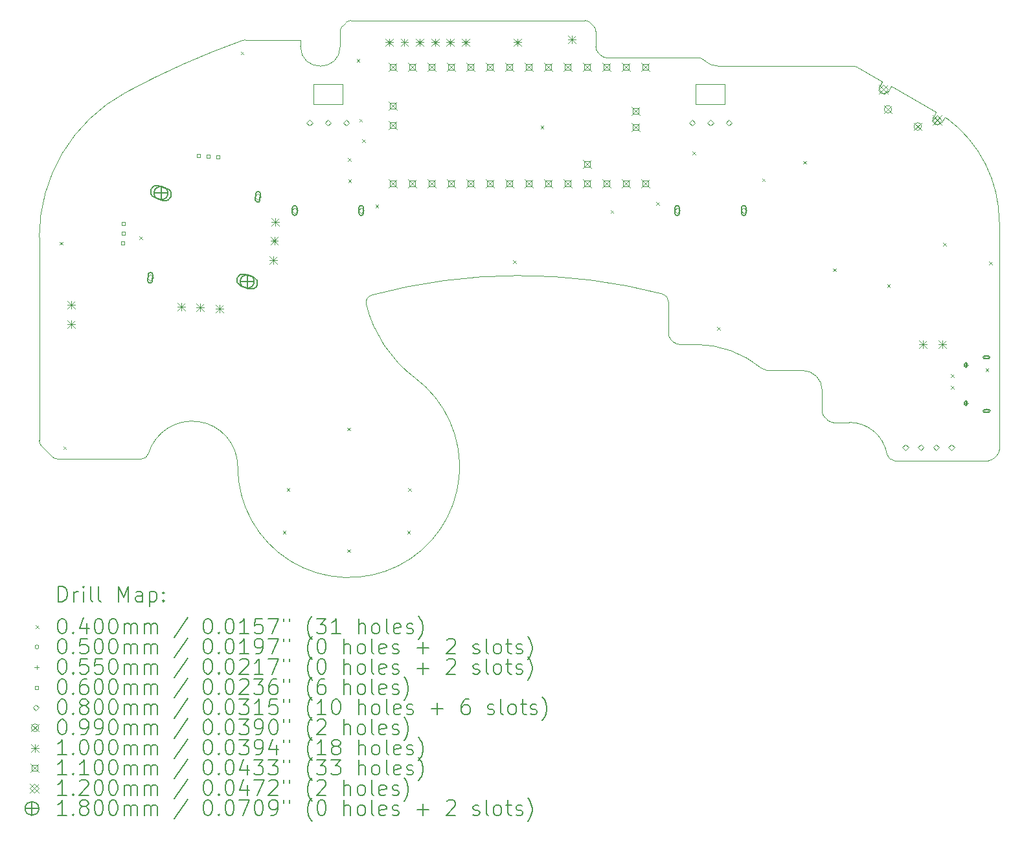
<source format=gbr>
%FSLAX45Y45*%
G04 Gerber Fmt 4.5, Leading zero omitted, Abs format (unit mm)*
G04 Created by KiCad (PCBNEW (6.0.1)) date 2022-01-23 20:41:32*
%MOMM*%
%LPD*%
G01*
G04 APERTURE LIST*
%TA.AperFunction,Profile*%
%ADD10C,0.050000*%
%TD*%
%TA.AperFunction,Profile*%
%ADD11C,0.100000*%
%TD*%
%ADD12C,0.200000*%
%ADD13C,0.040000*%
%ADD14C,0.050000*%
%ADD15C,0.055000*%
%ADD16C,0.060000*%
%ADD17C,0.080000*%
%ADD18C,0.099000*%
%ADD19C,0.100000*%
%ADD20C,0.110000*%
%ADD21C,0.120000*%
%ADD22C,0.180000*%
G04 APERTURE END LIST*
D10*
X13570000Y-6100000D02*
X13570000Y-5840000D01*
X13950000Y-6100000D02*
X13570000Y-6100000D01*
X13950000Y-5840000D02*
X13950000Y-6100000D01*
X13570000Y-5840000D02*
X13950000Y-5840000D01*
X8570000Y-6100000D02*
X8570000Y-5840000D01*
X8950000Y-6100000D02*
X8570000Y-6100000D01*
X8950000Y-5840000D02*
X8950000Y-6100000D01*
X8570000Y-5840000D02*
X8950000Y-5840000D01*
D11*
X8991421Y-5032964D02*
X8950000Y-5074386D01*
X6317745Y-10740711D02*
G75*
G03*
X6413529Y-10669440I0J100000D01*
G01*
X8400711Y-5340711D02*
G75*
G03*
X8920711Y-5340711I260000J0D01*
G01*
X7677994Y-5258012D02*
G75*
G03*
X7644355Y-5263840I0J-100000D01*
G01*
X4985711Y-10499289D02*
G75*
G03*
X5015000Y-10570000I100000J0D01*
G01*
X7580710Y-10840711D02*
G75*
G03*
X6413529Y-10669440I-596157J0D01*
G01*
X7580710Y-10840711D02*
G75*
G03*
X9897154Y-9678052I1450000J0D01*
G01*
X7644355Y-5263840D02*
G75*
G03*
X6116444Y-5944687I3700362J-10358925D01*
G01*
X8920711Y-5145096D02*
X8920711Y-5340711D01*
X5156421Y-10711421D02*
G75*
G03*
X5227132Y-10740711I70711J70711D01*
G01*
X6116445Y-5944687D02*
G75*
G03*
X4985711Y-7840710I1024266J-1896023D01*
G01*
X8950000Y-5074386D02*
G75*
G03*
X8920711Y-5145096I70711J-70711D01*
G01*
X9062132Y-5003675D02*
G75*
G03*
X8991421Y-5032964I0J-100000D01*
G01*
X12260711Y-5349438D02*
G75*
G03*
X12290000Y-5420148I100000J0D01*
G01*
X12260711Y-5145096D02*
G75*
G03*
X12231421Y-5074386I-100000J0D01*
G01*
X12190000Y-5032964D02*
G75*
G03*
X12119289Y-5003675I-70711J-70711D01*
G01*
X15967595Y-5869452D02*
G75*
G03*
X16080293Y-5934253I56349J-32401D01*
G01*
X16067498Y-10677377D02*
G75*
G03*
X15574491Y-10260711I-493007J-83333D01*
G01*
X15683857Y-5614020D02*
G75*
G03*
X15634010Y-5600711I-49847J-86691D01*
G01*
X17394289Y-10760711D02*
G75*
G03*
X17465000Y-10731421I0J100000D01*
G01*
X16669789Y-6273213D02*
G75*
G03*
X16782487Y-6338014I56349J-32401D01*
G01*
X13673732Y-5521373D02*
G75*
G03*
X13860711Y-5600711I186979J180663D01*
G01*
X13673732Y-5521373D02*
G75*
G03*
X13601817Y-5490859I-71915J-69486D01*
G01*
X17506421Y-10690000D02*
G75*
G03*
X17535711Y-10619289I-70711J70711D01*
G01*
X17535711Y-7640711D02*
G75*
G03*
X16860711Y-6290711I-1687500J0D01*
G01*
X12331421Y-5461570D02*
G75*
G03*
X12402132Y-5490859I70711J70711D01*
G01*
X16067498Y-10677377D02*
G75*
G03*
X16166099Y-10760711I98601J16667D01*
G01*
X13135962Y-8581370D02*
G75*
G03*
X9332099Y-8595508I-1875251J-7185769D01*
G01*
X13281421Y-9211421D02*
G75*
G03*
X13352132Y-9240711I70711J70711D01*
G01*
X14433600Y-9557442D02*
G75*
G03*
X13560711Y-9240711I-872889J-1044445D01*
G01*
X9260887Y-8715648D02*
G75*
G03*
X9897154Y-9678052I1652098J400713D01*
G01*
X9332099Y-8595508D02*
G75*
G03*
X9260886Y-8715648I25970J-96569D01*
G01*
X13210711Y-9099289D02*
G75*
G03*
X13240000Y-9170000I100000J0D01*
G01*
X15220711Y-9840711D02*
G75*
G03*
X14960711Y-9580711I-260000J0D01*
G01*
X13210711Y-8678130D02*
G75*
G03*
X13135962Y-8581370I-100000J0D01*
G01*
X14433600Y-9557442D02*
G75*
G03*
X14497727Y-9580711I64128J76731D01*
G01*
X15220711Y-10119289D02*
G75*
G03*
X15250000Y-10190000I100000J0D01*
G01*
X15291421Y-10231421D02*
G75*
G03*
X15362132Y-10260711I70711J70711D01*
G01*
X16007473Y-5800099D02*
X15683857Y-5614020D01*
X12119289Y-5003675D02*
X9062132Y-5003675D01*
X13601817Y-5490859D02*
X12402132Y-5490859D01*
X12260711Y-5349438D02*
X12260711Y-5145096D01*
X15634010Y-5600711D02*
X13860711Y-5600711D01*
X16669789Y-6273213D02*
X16709667Y-6203861D01*
X16709667Y-6203861D02*
X16120171Y-5864900D01*
X16120171Y-5864900D02*
X16080293Y-5934253D01*
X15967595Y-5869452D02*
X16007473Y-5800099D01*
X12231421Y-5074386D02*
X12190000Y-5032964D01*
X12331421Y-5461570D02*
X12290000Y-5420148D01*
X13240000Y-9170000D02*
X13281421Y-9211421D01*
X13352132Y-9240711D02*
X13560711Y-9240711D01*
X15220711Y-9840711D02*
X15220711Y-10119289D01*
X17465000Y-10731421D02*
X17506421Y-10690000D01*
X17535711Y-10619289D02*
X17535711Y-7640711D01*
X15250000Y-10190000D02*
X15291421Y-10231421D01*
X14497727Y-9580711D02*
X14960711Y-9580711D01*
X15362132Y-10260711D02*
X15574491Y-10260711D01*
X16860711Y-6290711D02*
X16822365Y-6268662D01*
X16822365Y-6268662D02*
X16782487Y-6338014D01*
X16166099Y-10760711D02*
X17394289Y-10760711D01*
X5227132Y-10740711D02*
X6317745Y-10740711D01*
X8400711Y-5340711D02*
X8400711Y-5258012D01*
X8400711Y-5258012D02*
X7677994Y-5258012D01*
X4985711Y-7840711D02*
X4985711Y-10499289D01*
X13210711Y-8678130D02*
X13210711Y-9099289D01*
X5015000Y-10570000D02*
X5156421Y-10711421D01*
D12*
D13*
X5255000Y-7900000D02*
X5295000Y-7940000D01*
X5295000Y-7900000D02*
X5255000Y-7940000D01*
X5300000Y-10575000D02*
X5340000Y-10615000D01*
X5340000Y-10575000D02*
X5300000Y-10615000D01*
X6295000Y-7825000D02*
X6335000Y-7865000D01*
X6335000Y-7825000D02*
X6295000Y-7865000D01*
X7620000Y-5410000D02*
X7660000Y-5450000D01*
X7660000Y-5410000D02*
X7620000Y-5450000D01*
X8170000Y-11680000D02*
X8210000Y-11720000D01*
X8210000Y-11680000D02*
X8170000Y-11720000D01*
X8220000Y-11120000D02*
X8260000Y-11160000D01*
X8260000Y-11120000D02*
X8220000Y-11160000D01*
X9010000Y-10330000D02*
X9050000Y-10370000D01*
X9050000Y-10330000D02*
X9010000Y-10370000D01*
X9010000Y-11920000D02*
X9050000Y-11960000D01*
X9050000Y-11920000D02*
X9010000Y-11960000D01*
X9020000Y-6805000D02*
X9060000Y-6845000D01*
X9060000Y-6805000D02*
X9020000Y-6845000D01*
X9025000Y-7080000D02*
X9065000Y-7120000D01*
X9065000Y-7080000D02*
X9025000Y-7120000D01*
X9135000Y-5510000D02*
X9175000Y-5550000D01*
X9175000Y-5510000D02*
X9135000Y-5550000D01*
X9170000Y-6290000D02*
X9210000Y-6330000D01*
X9210000Y-6290000D02*
X9170000Y-6330000D01*
X9210000Y-6560000D02*
X9250000Y-6600000D01*
X9250000Y-6560000D02*
X9210000Y-6600000D01*
X9380000Y-7410000D02*
X9420000Y-7450000D01*
X9420000Y-7410000D02*
X9380000Y-7450000D01*
X9795000Y-11680000D02*
X9835000Y-11720000D01*
X9835000Y-11680000D02*
X9795000Y-11720000D01*
X9810000Y-11120000D02*
X9850000Y-11160000D01*
X9850000Y-11120000D02*
X9810000Y-11160000D01*
X11180000Y-8140000D02*
X11220000Y-8180000D01*
X11220000Y-8140000D02*
X11180000Y-8180000D01*
X11540000Y-6380000D02*
X11580000Y-6420000D01*
X11580000Y-6380000D02*
X11540000Y-6420000D01*
X12455000Y-7485000D02*
X12495000Y-7525000D01*
X12495000Y-7485000D02*
X12455000Y-7525000D01*
X13050000Y-7380000D02*
X13090000Y-7420000D01*
X13090000Y-7380000D02*
X13050000Y-7420000D01*
X13525000Y-6720000D02*
X13565000Y-6760000D01*
X13565000Y-6720000D02*
X13525000Y-6760000D01*
X13845000Y-9015000D02*
X13885000Y-9055000D01*
X13885000Y-9015000D02*
X13845000Y-9055000D01*
X14435000Y-7070000D02*
X14475000Y-7110000D01*
X14475000Y-7070000D02*
X14435000Y-7110000D01*
X14970000Y-6840000D02*
X15010000Y-6880000D01*
X15010000Y-6840000D02*
X14970000Y-6880000D01*
X15365000Y-8245000D02*
X15405000Y-8285000D01*
X15405000Y-8245000D02*
X15365000Y-8285000D01*
X16070000Y-8455000D02*
X16110000Y-8495000D01*
X16110000Y-8455000D02*
X16070000Y-8495000D01*
X16800000Y-7910000D02*
X16840000Y-7950000D01*
X16840000Y-7910000D02*
X16800000Y-7950000D01*
X16905000Y-9630000D02*
X16945000Y-9670000D01*
X16945000Y-9630000D02*
X16905000Y-9670000D01*
X16905000Y-9780000D02*
X16945000Y-9820000D01*
X16945000Y-9780000D02*
X16905000Y-9820000D01*
X17355000Y-9555000D02*
X17395000Y-9595000D01*
X17395000Y-9555000D02*
X17355000Y-9595000D01*
X17400000Y-8155000D02*
X17440000Y-8195000D01*
X17440000Y-8155000D02*
X17400000Y-8195000D01*
D14*
X17395000Y-9410000D02*
G75*
G03*
X17395000Y-9410000I-25000J0D01*
G01*
D12*
X17402500Y-9395000D02*
X17337500Y-9395000D01*
X17402500Y-9425000D02*
X17337500Y-9425000D01*
X17337500Y-9395000D02*
G75*
G03*
X17337500Y-9425000I0J-15000D01*
G01*
X17402500Y-9425000D02*
G75*
G03*
X17402500Y-9395000I0J15000D01*
G01*
D14*
X17395000Y-10110000D02*
G75*
G03*
X17395000Y-10110000I-25000J0D01*
G01*
D12*
X17402500Y-10095000D02*
X17337500Y-10095000D01*
X17402500Y-10125000D02*
X17337500Y-10125000D01*
X17337500Y-10095000D02*
G75*
G03*
X17337500Y-10125000I0J-15000D01*
G01*
X17402500Y-10125000D02*
G75*
G03*
X17402500Y-10095000I0J15000D01*
G01*
D15*
X17100000Y-9482500D02*
X17100000Y-9537500D01*
X17072500Y-9510000D02*
X17127500Y-9510000D01*
D12*
X17082500Y-9495000D02*
X17082500Y-9525000D01*
X17117500Y-9495000D02*
X17117500Y-9525000D01*
X17082500Y-9525000D02*
G75*
G03*
X17117500Y-9525000I17500J0D01*
G01*
X17117500Y-9495000D02*
G75*
G03*
X17082500Y-9495000I-17500J0D01*
G01*
D15*
X17100000Y-9982500D02*
X17100000Y-10037500D01*
X17072500Y-10010000D02*
X17127500Y-10010000D01*
D12*
X17082500Y-9995000D02*
X17082500Y-10025000D01*
X17117500Y-9995000D02*
X17117500Y-10025000D01*
X17082500Y-10025000D02*
G75*
G03*
X17117500Y-10025000I17500J0D01*
G01*
X17117500Y-9995000D02*
G75*
G03*
X17082500Y-9995000I-17500J0D01*
G01*
D16*
X6096528Y-7932386D02*
X6096528Y-7889960D01*
X6054101Y-7889960D01*
X6054101Y-7932386D01*
X6096528Y-7932386D01*
X6103174Y-7805560D02*
X6103174Y-7763134D01*
X6060748Y-7763134D01*
X6060748Y-7805560D01*
X6103174Y-7805560D01*
X6109821Y-7678734D02*
X6109821Y-7636308D01*
X6067394Y-7636308D01*
X6067394Y-7678734D01*
X6109821Y-7678734D01*
X7090372Y-6795843D02*
X7090372Y-6753416D01*
X7047945Y-6753416D01*
X7047945Y-6795843D01*
X7090372Y-6795843D01*
X7217198Y-6802489D02*
X7217198Y-6760062D01*
X7174771Y-6760062D01*
X7174771Y-6802489D01*
X7217198Y-6802489D01*
X7344024Y-6809136D02*
X7344024Y-6766709D01*
X7301597Y-6766709D01*
X7301597Y-6809136D01*
X7344024Y-6809136D01*
D17*
X6436863Y-8408722D02*
X6476863Y-8368722D01*
X6436863Y-8328722D01*
X6396863Y-8368722D01*
X6436863Y-8408722D01*
D12*
X6408998Y-8327207D02*
X6404811Y-8407097D01*
X6468916Y-8330347D02*
X6464729Y-8410237D01*
X6404811Y-8407097D02*
G75*
G03*
X6464729Y-8410237I29959J-1570D01*
G01*
X6468916Y-8330347D02*
G75*
G03*
X6408998Y-8327207I-29959J1570D01*
G01*
D17*
X7844153Y-7350924D02*
X7884153Y-7310924D01*
X7844153Y-7270924D01*
X7804153Y-7310924D01*
X7844153Y-7350924D01*
D12*
X7816288Y-7269409D02*
X7812101Y-7349299D01*
X7876205Y-7272549D02*
X7872018Y-7352440D01*
X7812101Y-7349299D02*
G75*
G03*
X7872019Y-7352440I29959J-1570D01*
G01*
X7876205Y-7272549D02*
G75*
G03*
X7816288Y-7269409I-29959J1570D01*
G01*
D17*
X8325000Y-7530000D02*
X8365000Y-7490000D01*
X8325000Y-7450000D01*
X8285000Y-7490000D01*
X8325000Y-7530000D01*
D12*
X8355000Y-7525000D02*
X8355000Y-7455000D01*
X8295000Y-7525000D02*
X8295000Y-7455000D01*
X8355000Y-7455000D02*
G75*
G03*
X8295000Y-7455000I-30000J0D01*
G01*
X8295000Y-7525000D02*
G75*
G03*
X8355000Y-7525000I30000J0D01*
G01*
D17*
X8520000Y-6380000D02*
X8560000Y-6340000D01*
X8520000Y-6300000D01*
X8480000Y-6340000D01*
X8520000Y-6380000D01*
X8760000Y-6380000D02*
X8800000Y-6340000D01*
X8760000Y-6300000D01*
X8720000Y-6340000D01*
X8760000Y-6380000D01*
X9000000Y-6380000D02*
X9040000Y-6340000D01*
X9000000Y-6300000D01*
X8960000Y-6340000D01*
X9000000Y-6380000D01*
X9195000Y-7530000D02*
X9235000Y-7490000D01*
X9195000Y-7450000D01*
X9155000Y-7490000D01*
X9195000Y-7530000D01*
D12*
X9225000Y-7525000D02*
X9225000Y-7455000D01*
X9165000Y-7525000D02*
X9165000Y-7455000D01*
X9225000Y-7455000D02*
G75*
G03*
X9165000Y-7455000I-30000J0D01*
G01*
X9165000Y-7525000D02*
G75*
G03*
X9225000Y-7525000I30000J0D01*
G01*
D17*
X13325000Y-7530000D02*
X13365000Y-7490000D01*
X13325000Y-7450000D01*
X13285000Y-7490000D01*
X13325000Y-7530000D01*
D12*
X13355000Y-7525000D02*
X13355000Y-7455000D01*
X13295000Y-7525000D02*
X13295000Y-7455000D01*
X13355000Y-7455000D02*
G75*
G03*
X13295000Y-7455000I-30000J0D01*
G01*
X13295000Y-7525000D02*
G75*
G03*
X13355000Y-7525000I30000J0D01*
G01*
D17*
X13520000Y-6380000D02*
X13560000Y-6340000D01*
X13520000Y-6300000D01*
X13480000Y-6340000D01*
X13520000Y-6380000D01*
X13760000Y-6380000D02*
X13800000Y-6340000D01*
X13760000Y-6300000D01*
X13720000Y-6340000D01*
X13760000Y-6380000D01*
X14000000Y-6380000D02*
X14040000Y-6340000D01*
X14000000Y-6300000D01*
X13960000Y-6340000D01*
X14000000Y-6380000D01*
X14195000Y-7530000D02*
X14235000Y-7490000D01*
X14195000Y-7450000D01*
X14155000Y-7490000D01*
X14195000Y-7530000D01*
D12*
X14225000Y-7525000D02*
X14225000Y-7455000D01*
X14165000Y-7525000D02*
X14165000Y-7455000D01*
X14225000Y-7455000D02*
G75*
G03*
X14165000Y-7455000I-30000J0D01*
G01*
X14165000Y-7525000D02*
G75*
G03*
X14225000Y-7525000I30000J0D01*
G01*
D17*
X16310000Y-10630000D02*
X16350000Y-10590000D01*
X16310000Y-10550000D01*
X16270000Y-10590000D01*
X16310000Y-10630000D01*
X16510000Y-10630000D02*
X16550000Y-10590000D01*
X16510000Y-10550000D01*
X16470000Y-10590000D01*
X16510000Y-10630000D01*
X16710000Y-10630000D02*
X16750000Y-10590000D01*
X16710000Y-10550000D01*
X16670000Y-10590000D01*
X16710000Y-10630000D01*
X16910000Y-10630000D02*
X16950000Y-10590000D01*
X16910000Y-10550000D01*
X16870000Y-10590000D01*
X16910000Y-10630000D01*
D18*
X16030789Y-6115500D02*
X16129789Y-6214500D01*
X16129789Y-6115500D02*
X16030789Y-6214500D01*
X16129789Y-6165000D02*
G75*
G03*
X16129789Y-6165000I-49500J0D01*
G01*
X16420500Y-6340500D02*
X16519500Y-6439500D01*
X16519500Y-6340500D02*
X16420500Y-6439500D01*
X16519500Y-6390000D02*
G75*
G03*
X16519500Y-6390000I-49500J0D01*
G01*
D19*
X5355000Y-8676000D02*
X5455000Y-8776000D01*
X5455000Y-8676000D02*
X5355000Y-8776000D01*
X5405000Y-8676000D02*
X5405000Y-8776000D01*
X5355000Y-8726000D02*
X5455000Y-8726000D01*
X5355000Y-8930000D02*
X5455000Y-9030000D01*
X5455000Y-8930000D02*
X5355000Y-9030000D01*
X5405000Y-8930000D02*
X5405000Y-9030000D01*
X5355000Y-8980000D02*
X5455000Y-8980000D01*
X6792702Y-8695478D02*
X6892702Y-8795478D01*
X6892702Y-8695478D02*
X6792702Y-8795478D01*
X6842702Y-8695478D02*
X6842702Y-8795478D01*
X6792702Y-8745478D02*
X6892702Y-8745478D01*
X7042359Y-8708562D02*
X7142359Y-8808562D01*
X7142359Y-8708562D02*
X7042359Y-8808562D01*
X7092359Y-8708562D02*
X7092359Y-8808562D01*
X7042359Y-8758562D02*
X7142359Y-8758562D01*
X7292017Y-8721646D02*
X7392017Y-8821646D01*
X7392017Y-8721646D02*
X7292017Y-8821646D01*
X7342017Y-8721646D02*
X7342017Y-8821646D01*
X7292017Y-8771646D02*
X7392017Y-8771646D01*
X7996163Y-8087630D02*
X8096163Y-8187630D01*
X8096163Y-8087630D02*
X7996163Y-8187630D01*
X8046163Y-8087630D02*
X8046163Y-8187630D01*
X7996163Y-8137630D02*
X8096163Y-8137630D01*
X8009247Y-7837972D02*
X8109247Y-7937972D01*
X8109247Y-7837972D02*
X8009247Y-7937972D01*
X8059247Y-7837972D02*
X8059247Y-7937972D01*
X8009247Y-7887972D02*
X8109247Y-7887972D01*
X8022331Y-7588315D02*
X8122331Y-7688315D01*
X8122331Y-7588315D02*
X8022331Y-7688315D01*
X8072331Y-7588315D02*
X8072331Y-7688315D01*
X8022331Y-7638315D02*
X8122331Y-7638315D01*
X9510000Y-5240000D02*
X9610000Y-5340000D01*
X9610000Y-5240000D02*
X9510000Y-5340000D01*
X9560000Y-5240000D02*
X9560000Y-5340000D01*
X9510000Y-5290000D02*
X9610000Y-5290000D01*
X9710000Y-5240000D02*
X9810000Y-5340000D01*
X9810000Y-5240000D02*
X9710000Y-5340000D01*
X9760000Y-5240000D02*
X9760000Y-5340000D01*
X9710000Y-5290000D02*
X9810000Y-5290000D01*
X9910000Y-5240000D02*
X10010000Y-5340000D01*
X10010000Y-5240000D02*
X9910000Y-5340000D01*
X9960000Y-5240000D02*
X9960000Y-5340000D01*
X9910000Y-5290000D02*
X10010000Y-5290000D01*
X10110000Y-5240000D02*
X10210000Y-5340000D01*
X10210000Y-5240000D02*
X10110000Y-5340000D01*
X10160000Y-5240000D02*
X10160000Y-5340000D01*
X10110000Y-5290000D02*
X10210000Y-5290000D01*
X10310000Y-5240000D02*
X10410000Y-5340000D01*
X10410000Y-5240000D02*
X10310000Y-5340000D01*
X10360000Y-5240000D02*
X10360000Y-5340000D01*
X10310000Y-5290000D02*
X10410000Y-5290000D01*
X10510000Y-5240000D02*
X10610000Y-5340000D01*
X10610000Y-5240000D02*
X10510000Y-5340000D01*
X10560000Y-5240000D02*
X10560000Y-5340000D01*
X10510000Y-5290000D02*
X10610000Y-5290000D01*
X11190000Y-5240000D02*
X11290000Y-5340000D01*
X11290000Y-5240000D02*
X11190000Y-5340000D01*
X11240000Y-5240000D02*
X11240000Y-5340000D01*
X11190000Y-5290000D02*
X11290000Y-5290000D01*
X11900000Y-5200000D02*
X12000000Y-5300000D01*
X12000000Y-5200000D02*
X11900000Y-5300000D01*
X11950000Y-5200000D02*
X11950000Y-5300000D01*
X11900000Y-5250000D02*
X12000000Y-5250000D01*
X16490000Y-9190000D02*
X16590000Y-9290000D01*
X16590000Y-9190000D02*
X16490000Y-9290000D01*
X16540000Y-9190000D02*
X16540000Y-9290000D01*
X16490000Y-9240000D02*
X16590000Y-9240000D01*
X16744000Y-9190000D02*
X16844000Y-9290000D01*
X16844000Y-9190000D02*
X16744000Y-9290000D01*
X16794000Y-9190000D02*
X16794000Y-9290000D01*
X16744000Y-9240000D02*
X16844000Y-9240000D01*
D20*
X9555000Y-5560000D02*
X9665000Y-5670000D01*
X9665000Y-5560000D02*
X9555000Y-5670000D01*
X9648891Y-5653891D02*
X9648891Y-5576109D01*
X9571109Y-5576109D01*
X9571109Y-5653891D01*
X9648891Y-5653891D01*
X9555000Y-6068000D02*
X9665000Y-6178000D01*
X9665000Y-6068000D02*
X9555000Y-6178000D01*
X9648891Y-6161891D02*
X9648891Y-6084109D01*
X9571109Y-6084109D01*
X9571109Y-6161891D01*
X9648891Y-6161891D01*
X9555000Y-6322000D02*
X9665000Y-6432000D01*
X9665000Y-6322000D02*
X9555000Y-6432000D01*
X9648891Y-6415891D02*
X9648891Y-6338109D01*
X9571109Y-6338109D01*
X9571109Y-6415891D01*
X9648891Y-6415891D01*
X9555000Y-7084000D02*
X9665000Y-7194000D01*
X9665000Y-7084000D02*
X9555000Y-7194000D01*
X9648891Y-7177891D02*
X9648891Y-7100109D01*
X9571109Y-7100109D01*
X9571109Y-7177891D01*
X9648891Y-7177891D01*
X9809000Y-5560000D02*
X9919000Y-5670000D01*
X9919000Y-5560000D02*
X9809000Y-5670000D01*
X9902891Y-5653891D02*
X9902891Y-5576109D01*
X9825109Y-5576109D01*
X9825109Y-5653891D01*
X9902891Y-5653891D01*
X9809000Y-7084000D02*
X9919000Y-7194000D01*
X9919000Y-7084000D02*
X9809000Y-7194000D01*
X9902891Y-7177891D02*
X9902891Y-7100109D01*
X9825109Y-7100109D01*
X9825109Y-7177891D01*
X9902891Y-7177891D01*
X10063000Y-5560000D02*
X10173000Y-5670000D01*
X10173000Y-5560000D02*
X10063000Y-5670000D01*
X10156891Y-5653891D02*
X10156891Y-5576109D01*
X10079109Y-5576109D01*
X10079109Y-5653891D01*
X10156891Y-5653891D01*
X10063000Y-7084000D02*
X10173000Y-7194000D01*
X10173000Y-7084000D02*
X10063000Y-7194000D01*
X10156891Y-7177891D02*
X10156891Y-7100109D01*
X10079109Y-7100109D01*
X10079109Y-7177891D01*
X10156891Y-7177891D01*
X10317000Y-5560000D02*
X10427000Y-5670000D01*
X10427000Y-5560000D02*
X10317000Y-5670000D01*
X10410891Y-5653891D02*
X10410891Y-5576109D01*
X10333109Y-5576109D01*
X10333109Y-5653891D01*
X10410891Y-5653891D01*
X10317000Y-7084000D02*
X10427000Y-7194000D01*
X10427000Y-7084000D02*
X10317000Y-7194000D01*
X10410891Y-7177891D02*
X10410891Y-7100109D01*
X10333109Y-7100109D01*
X10333109Y-7177891D01*
X10410891Y-7177891D01*
X10571000Y-5560000D02*
X10681000Y-5670000D01*
X10681000Y-5560000D02*
X10571000Y-5670000D01*
X10664891Y-5653891D02*
X10664891Y-5576109D01*
X10587109Y-5576109D01*
X10587109Y-5653891D01*
X10664891Y-5653891D01*
X10571000Y-7084000D02*
X10681000Y-7194000D01*
X10681000Y-7084000D02*
X10571000Y-7194000D01*
X10664891Y-7177891D02*
X10664891Y-7100109D01*
X10587109Y-7100109D01*
X10587109Y-7177891D01*
X10664891Y-7177891D01*
X10825000Y-5560000D02*
X10935000Y-5670000D01*
X10935000Y-5560000D02*
X10825000Y-5670000D01*
X10918891Y-5653891D02*
X10918891Y-5576109D01*
X10841109Y-5576109D01*
X10841109Y-5653891D01*
X10918891Y-5653891D01*
X10825000Y-7084000D02*
X10935000Y-7194000D01*
X10935000Y-7084000D02*
X10825000Y-7194000D01*
X10918891Y-7177891D02*
X10918891Y-7100109D01*
X10841109Y-7100109D01*
X10841109Y-7177891D01*
X10918891Y-7177891D01*
X11079000Y-5560000D02*
X11189000Y-5670000D01*
X11189000Y-5560000D02*
X11079000Y-5670000D01*
X11172891Y-5653891D02*
X11172891Y-5576109D01*
X11095109Y-5576109D01*
X11095109Y-5653891D01*
X11172891Y-5653891D01*
X11079000Y-7084000D02*
X11189000Y-7194000D01*
X11189000Y-7084000D02*
X11079000Y-7194000D01*
X11172891Y-7177891D02*
X11172891Y-7100109D01*
X11095109Y-7100109D01*
X11095109Y-7177891D01*
X11172891Y-7177891D01*
X11333000Y-5560000D02*
X11443000Y-5670000D01*
X11443000Y-5560000D02*
X11333000Y-5670000D01*
X11426891Y-5653891D02*
X11426891Y-5576109D01*
X11349109Y-5576109D01*
X11349109Y-5653891D01*
X11426891Y-5653891D01*
X11333000Y-7084000D02*
X11443000Y-7194000D01*
X11443000Y-7084000D02*
X11333000Y-7194000D01*
X11426891Y-7177891D02*
X11426891Y-7100109D01*
X11349109Y-7100109D01*
X11349109Y-7177891D01*
X11426891Y-7177891D01*
X11587000Y-5560000D02*
X11697000Y-5670000D01*
X11697000Y-5560000D02*
X11587000Y-5670000D01*
X11680891Y-5653891D02*
X11680891Y-5576109D01*
X11603109Y-5576109D01*
X11603109Y-5653891D01*
X11680891Y-5653891D01*
X11587000Y-7084000D02*
X11697000Y-7194000D01*
X11697000Y-7084000D02*
X11587000Y-7194000D01*
X11680891Y-7177891D02*
X11680891Y-7100109D01*
X11603109Y-7100109D01*
X11603109Y-7177891D01*
X11680891Y-7177891D01*
X11841000Y-5560000D02*
X11951000Y-5670000D01*
X11951000Y-5560000D02*
X11841000Y-5670000D01*
X11934891Y-5653891D02*
X11934891Y-5576109D01*
X11857109Y-5576109D01*
X11857109Y-5653891D01*
X11934891Y-5653891D01*
X11841000Y-7084000D02*
X11951000Y-7194000D01*
X11951000Y-7084000D02*
X11841000Y-7194000D01*
X11934891Y-7177891D02*
X11934891Y-7100109D01*
X11857109Y-7100109D01*
X11857109Y-7177891D01*
X11934891Y-7177891D01*
X12095000Y-5560000D02*
X12205000Y-5670000D01*
X12205000Y-5560000D02*
X12095000Y-5670000D01*
X12188891Y-5653891D02*
X12188891Y-5576109D01*
X12111109Y-5576109D01*
X12111109Y-5653891D01*
X12188891Y-5653891D01*
X12095000Y-6830000D02*
X12205000Y-6940000D01*
X12205000Y-6830000D02*
X12095000Y-6940000D01*
X12188891Y-6923891D02*
X12188891Y-6846109D01*
X12111109Y-6846109D01*
X12111109Y-6923891D01*
X12188891Y-6923891D01*
X12095000Y-7084000D02*
X12205000Y-7194000D01*
X12205000Y-7084000D02*
X12095000Y-7194000D01*
X12188891Y-7177891D02*
X12188891Y-7100109D01*
X12111109Y-7100109D01*
X12111109Y-7177891D01*
X12188891Y-7177891D01*
X12349000Y-5560000D02*
X12459000Y-5670000D01*
X12459000Y-5560000D02*
X12349000Y-5670000D01*
X12442891Y-5653891D02*
X12442891Y-5576109D01*
X12365109Y-5576109D01*
X12365109Y-5653891D01*
X12442891Y-5653891D01*
X12349000Y-7084000D02*
X12459000Y-7194000D01*
X12459000Y-7084000D02*
X12349000Y-7194000D01*
X12442891Y-7177891D02*
X12442891Y-7100109D01*
X12365109Y-7100109D01*
X12365109Y-7177891D01*
X12442891Y-7177891D01*
X12603000Y-5560000D02*
X12713000Y-5670000D01*
X12713000Y-5560000D02*
X12603000Y-5670000D01*
X12696891Y-5653891D02*
X12696891Y-5576109D01*
X12619109Y-5576109D01*
X12619109Y-5653891D01*
X12696891Y-5653891D01*
X12603000Y-7084000D02*
X12713000Y-7194000D01*
X12713000Y-7084000D02*
X12603000Y-7194000D01*
X12696891Y-7177891D02*
X12696891Y-7100109D01*
X12619109Y-7100109D01*
X12619109Y-7177891D01*
X12696891Y-7177891D01*
X12730000Y-6132000D02*
X12840000Y-6242000D01*
X12840000Y-6132000D02*
X12730000Y-6242000D01*
X12823891Y-6225891D02*
X12823891Y-6148109D01*
X12746109Y-6148109D01*
X12746109Y-6225891D01*
X12823891Y-6225891D01*
X12730000Y-6345000D02*
X12840000Y-6455000D01*
X12840000Y-6345000D02*
X12730000Y-6455000D01*
X12823891Y-6438891D02*
X12823891Y-6361109D01*
X12746109Y-6361109D01*
X12746109Y-6438891D01*
X12823891Y-6438891D01*
X12857000Y-5560000D02*
X12967000Y-5670000D01*
X12967000Y-5560000D02*
X12857000Y-5670000D01*
X12950891Y-5653891D02*
X12950891Y-5576109D01*
X12873109Y-5576109D01*
X12873109Y-5653891D01*
X12950891Y-5653891D01*
X12857000Y-7084000D02*
X12967000Y-7194000D01*
X12967000Y-7084000D02*
X12857000Y-7194000D01*
X12950891Y-7177891D02*
X12950891Y-7100109D01*
X12873109Y-7100109D01*
X12873109Y-7177891D01*
X12950891Y-7177891D01*
D21*
X15964404Y-5841795D02*
X16084404Y-5961795D01*
X16084404Y-5841795D02*
X15964404Y-5961795D01*
X16024404Y-5961795D02*
X16084404Y-5901795D01*
X16024404Y-5841795D01*
X15964404Y-5901795D01*
X16024404Y-5961795D01*
X16665885Y-6246795D02*
X16785885Y-6366795D01*
X16785885Y-6246795D02*
X16665885Y-6366795D01*
X16725885Y-6366795D02*
X16785885Y-6306795D01*
X16725885Y-6246795D01*
X16665885Y-6306795D01*
X16725885Y-6366795D01*
D22*
X6577001Y-7171539D02*
X6577001Y-7351539D01*
X6487001Y-7261539D02*
X6667001Y-7261539D01*
X6667001Y-7261539D02*
G75*
G03*
X6667001Y-7261539I-90000J0D01*
G01*
D12*
X6494618Y-7318223D02*
X6608350Y-7356498D01*
X6545652Y-7166580D02*
X6659384Y-7204855D01*
X6608350Y-7356498D02*
G75*
G03*
X6659384Y-7204855I25517J75822D01*
G01*
X6545652Y-7166580D02*
G75*
G03*
X6494618Y-7318223I-25517J-75822D01*
G01*
D22*
X7704015Y-8328107D02*
X7704015Y-8508107D01*
X7614015Y-8418107D02*
X7794015Y-8418107D01*
X7794015Y-8418107D02*
G75*
G03*
X7794015Y-8418107I-90000J0D01*
G01*
D12*
X7621633Y-8474791D02*
X7735365Y-8513066D01*
X7672666Y-8323148D02*
X7786398Y-8361423D01*
X7735365Y-8513067D02*
G75*
G03*
X7786398Y-8361423I25517J75822D01*
G01*
X7672666Y-8323148D02*
G75*
G03*
X7621633Y-8474791I-25517J-75822D01*
G01*
X5238330Y-12606187D02*
X5238330Y-12406187D01*
X5285949Y-12406187D01*
X5314520Y-12415711D01*
X5333568Y-12434758D01*
X5343091Y-12453806D01*
X5352615Y-12491901D01*
X5352615Y-12520473D01*
X5343091Y-12558568D01*
X5333568Y-12577615D01*
X5314520Y-12596663D01*
X5285949Y-12606187D01*
X5238330Y-12606187D01*
X5438330Y-12606187D02*
X5438330Y-12472854D01*
X5438330Y-12510949D02*
X5447853Y-12491901D01*
X5457377Y-12482377D01*
X5476425Y-12472854D01*
X5495472Y-12472854D01*
X5562139Y-12606187D02*
X5562139Y-12472854D01*
X5562139Y-12406187D02*
X5552615Y-12415711D01*
X5562139Y-12425235D01*
X5571663Y-12415711D01*
X5562139Y-12406187D01*
X5562139Y-12425235D01*
X5685948Y-12606187D02*
X5666901Y-12596663D01*
X5657377Y-12577615D01*
X5657377Y-12406187D01*
X5790710Y-12606187D02*
X5771663Y-12596663D01*
X5762139Y-12577615D01*
X5762139Y-12406187D01*
X6019282Y-12606187D02*
X6019282Y-12406187D01*
X6085948Y-12549044D01*
X6152615Y-12406187D01*
X6152615Y-12606187D01*
X6333568Y-12606187D02*
X6333568Y-12501425D01*
X6324044Y-12482377D01*
X6304996Y-12472854D01*
X6266901Y-12472854D01*
X6247853Y-12482377D01*
X6333568Y-12596663D02*
X6314520Y-12606187D01*
X6266901Y-12606187D01*
X6247853Y-12596663D01*
X6238329Y-12577615D01*
X6238329Y-12558568D01*
X6247853Y-12539520D01*
X6266901Y-12529996D01*
X6314520Y-12529996D01*
X6333568Y-12520473D01*
X6428806Y-12472854D02*
X6428806Y-12672854D01*
X6428806Y-12482377D02*
X6447853Y-12472854D01*
X6485948Y-12472854D01*
X6504996Y-12482377D01*
X6514520Y-12491901D01*
X6524044Y-12510949D01*
X6524044Y-12568092D01*
X6514520Y-12587139D01*
X6504996Y-12596663D01*
X6485948Y-12606187D01*
X6447853Y-12606187D01*
X6428806Y-12596663D01*
X6609758Y-12587139D02*
X6619282Y-12596663D01*
X6609758Y-12606187D01*
X6600234Y-12596663D01*
X6609758Y-12587139D01*
X6609758Y-12606187D01*
X6609758Y-12482377D02*
X6619282Y-12491901D01*
X6609758Y-12501425D01*
X6600234Y-12491901D01*
X6609758Y-12482377D01*
X6609758Y-12501425D01*
D13*
X4940711Y-12915711D02*
X4980711Y-12955711D01*
X4980711Y-12915711D02*
X4940711Y-12955711D01*
D12*
X5276425Y-12826187D02*
X5295472Y-12826187D01*
X5314520Y-12835711D01*
X5324044Y-12845235D01*
X5333568Y-12864282D01*
X5343091Y-12902377D01*
X5343091Y-12949996D01*
X5333568Y-12988092D01*
X5324044Y-13007139D01*
X5314520Y-13016663D01*
X5295472Y-13026187D01*
X5276425Y-13026187D01*
X5257377Y-13016663D01*
X5247853Y-13007139D01*
X5238330Y-12988092D01*
X5228806Y-12949996D01*
X5228806Y-12902377D01*
X5238330Y-12864282D01*
X5247853Y-12845235D01*
X5257377Y-12835711D01*
X5276425Y-12826187D01*
X5428806Y-13007139D02*
X5438330Y-13016663D01*
X5428806Y-13026187D01*
X5419282Y-13016663D01*
X5428806Y-13007139D01*
X5428806Y-13026187D01*
X5609758Y-12892854D02*
X5609758Y-13026187D01*
X5562139Y-12816663D02*
X5514520Y-12959520D01*
X5638329Y-12959520D01*
X5752615Y-12826187D02*
X5771663Y-12826187D01*
X5790710Y-12835711D01*
X5800234Y-12845235D01*
X5809758Y-12864282D01*
X5819282Y-12902377D01*
X5819282Y-12949996D01*
X5809758Y-12988092D01*
X5800234Y-13007139D01*
X5790710Y-13016663D01*
X5771663Y-13026187D01*
X5752615Y-13026187D01*
X5733568Y-13016663D01*
X5724044Y-13007139D01*
X5714520Y-12988092D01*
X5704996Y-12949996D01*
X5704996Y-12902377D01*
X5714520Y-12864282D01*
X5724044Y-12845235D01*
X5733568Y-12835711D01*
X5752615Y-12826187D01*
X5943091Y-12826187D02*
X5962139Y-12826187D01*
X5981187Y-12835711D01*
X5990710Y-12845235D01*
X6000234Y-12864282D01*
X6009758Y-12902377D01*
X6009758Y-12949996D01*
X6000234Y-12988092D01*
X5990710Y-13007139D01*
X5981187Y-13016663D01*
X5962139Y-13026187D01*
X5943091Y-13026187D01*
X5924044Y-13016663D01*
X5914520Y-13007139D01*
X5904996Y-12988092D01*
X5895472Y-12949996D01*
X5895472Y-12902377D01*
X5904996Y-12864282D01*
X5914520Y-12845235D01*
X5924044Y-12835711D01*
X5943091Y-12826187D01*
X6095472Y-13026187D02*
X6095472Y-12892854D01*
X6095472Y-12911901D02*
X6104996Y-12902377D01*
X6124044Y-12892854D01*
X6152615Y-12892854D01*
X6171663Y-12902377D01*
X6181187Y-12921425D01*
X6181187Y-13026187D01*
X6181187Y-12921425D02*
X6190710Y-12902377D01*
X6209758Y-12892854D01*
X6238329Y-12892854D01*
X6257377Y-12902377D01*
X6266901Y-12921425D01*
X6266901Y-13026187D01*
X6362139Y-13026187D02*
X6362139Y-12892854D01*
X6362139Y-12911901D02*
X6371663Y-12902377D01*
X6390710Y-12892854D01*
X6419282Y-12892854D01*
X6438329Y-12902377D01*
X6447853Y-12921425D01*
X6447853Y-13026187D01*
X6447853Y-12921425D02*
X6457377Y-12902377D01*
X6476425Y-12892854D01*
X6504996Y-12892854D01*
X6524044Y-12902377D01*
X6533568Y-12921425D01*
X6533568Y-13026187D01*
X6924044Y-12816663D02*
X6752615Y-13073806D01*
X7181187Y-12826187D02*
X7200234Y-12826187D01*
X7219282Y-12835711D01*
X7228806Y-12845235D01*
X7238329Y-12864282D01*
X7247853Y-12902377D01*
X7247853Y-12949996D01*
X7238329Y-12988092D01*
X7228806Y-13007139D01*
X7219282Y-13016663D01*
X7200234Y-13026187D01*
X7181187Y-13026187D01*
X7162139Y-13016663D01*
X7152615Y-13007139D01*
X7143091Y-12988092D01*
X7133568Y-12949996D01*
X7133568Y-12902377D01*
X7143091Y-12864282D01*
X7152615Y-12845235D01*
X7162139Y-12835711D01*
X7181187Y-12826187D01*
X7333568Y-13007139D02*
X7343091Y-13016663D01*
X7333568Y-13026187D01*
X7324044Y-13016663D01*
X7333568Y-13007139D01*
X7333568Y-13026187D01*
X7466901Y-12826187D02*
X7485948Y-12826187D01*
X7504996Y-12835711D01*
X7514520Y-12845235D01*
X7524044Y-12864282D01*
X7533568Y-12902377D01*
X7533568Y-12949996D01*
X7524044Y-12988092D01*
X7514520Y-13007139D01*
X7504996Y-13016663D01*
X7485948Y-13026187D01*
X7466901Y-13026187D01*
X7447853Y-13016663D01*
X7438329Y-13007139D01*
X7428806Y-12988092D01*
X7419282Y-12949996D01*
X7419282Y-12902377D01*
X7428806Y-12864282D01*
X7438329Y-12845235D01*
X7447853Y-12835711D01*
X7466901Y-12826187D01*
X7724044Y-13026187D02*
X7609758Y-13026187D01*
X7666901Y-13026187D02*
X7666901Y-12826187D01*
X7647853Y-12854758D01*
X7628806Y-12873806D01*
X7609758Y-12883330D01*
X7904996Y-12826187D02*
X7809758Y-12826187D01*
X7800234Y-12921425D01*
X7809758Y-12911901D01*
X7828806Y-12902377D01*
X7876425Y-12902377D01*
X7895472Y-12911901D01*
X7904996Y-12921425D01*
X7914520Y-12940473D01*
X7914520Y-12988092D01*
X7904996Y-13007139D01*
X7895472Y-13016663D01*
X7876425Y-13026187D01*
X7828806Y-13026187D01*
X7809758Y-13016663D01*
X7800234Y-13007139D01*
X7981187Y-12826187D02*
X8114520Y-12826187D01*
X8028806Y-13026187D01*
X8181187Y-12826187D02*
X8181187Y-12864282D01*
X8257377Y-12826187D02*
X8257377Y-12864282D01*
X8552615Y-13102377D02*
X8543091Y-13092854D01*
X8524044Y-13064282D01*
X8514520Y-13045235D01*
X8504996Y-13016663D01*
X8495472Y-12969044D01*
X8495472Y-12930949D01*
X8504996Y-12883330D01*
X8514520Y-12854758D01*
X8524044Y-12835711D01*
X8543091Y-12807139D01*
X8552615Y-12797615D01*
X8609758Y-12826187D02*
X8733568Y-12826187D01*
X8666901Y-12902377D01*
X8695472Y-12902377D01*
X8714520Y-12911901D01*
X8724044Y-12921425D01*
X8733568Y-12940473D01*
X8733568Y-12988092D01*
X8724044Y-13007139D01*
X8714520Y-13016663D01*
X8695472Y-13026187D01*
X8638330Y-13026187D01*
X8619282Y-13016663D01*
X8609758Y-13007139D01*
X8924044Y-13026187D02*
X8809758Y-13026187D01*
X8866901Y-13026187D02*
X8866901Y-12826187D01*
X8847853Y-12854758D01*
X8828806Y-12873806D01*
X8809758Y-12883330D01*
X9162139Y-13026187D02*
X9162139Y-12826187D01*
X9247853Y-13026187D02*
X9247853Y-12921425D01*
X9238330Y-12902377D01*
X9219282Y-12892854D01*
X9190710Y-12892854D01*
X9171663Y-12902377D01*
X9162139Y-12911901D01*
X9371663Y-13026187D02*
X9352615Y-13016663D01*
X9343091Y-13007139D01*
X9333568Y-12988092D01*
X9333568Y-12930949D01*
X9343091Y-12911901D01*
X9352615Y-12902377D01*
X9371663Y-12892854D01*
X9400234Y-12892854D01*
X9419282Y-12902377D01*
X9428806Y-12911901D01*
X9438330Y-12930949D01*
X9438330Y-12988092D01*
X9428806Y-13007139D01*
X9419282Y-13016663D01*
X9400234Y-13026187D01*
X9371663Y-13026187D01*
X9552615Y-13026187D02*
X9533568Y-13016663D01*
X9524044Y-12997615D01*
X9524044Y-12826187D01*
X9704996Y-13016663D02*
X9685949Y-13026187D01*
X9647853Y-13026187D01*
X9628806Y-13016663D01*
X9619282Y-12997615D01*
X9619282Y-12921425D01*
X9628806Y-12902377D01*
X9647853Y-12892854D01*
X9685949Y-12892854D01*
X9704996Y-12902377D01*
X9714520Y-12921425D01*
X9714520Y-12940473D01*
X9619282Y-12959520D01*
X9790710Y-13016663D02*
X9809758Y-13026187D01*
X9847853Y-13026187D01*
X9866901Y-13016663D01*
X9876425Y-12997615D01*
X9876425Y-12988092D01*
X9866901Y-12969044D01*
X9847853Y-12959520D01*
X9819282Y-12959520D01*
X9800234Y-12949996D01*
X9790710Y-12930949D01*
X9790710Y-12921425D01*
X9800234Y-12902377D01*
X9819282Y-12892854D01*
X9847853Y-12892854D01*
X9866901Y-12902377D01*
X9943091Y-13102377D02*
X9952615Y-13092854D01*
X9971663Y-13064282D01*
X9981187Y-13045235D01*
X9990710Y-13016663D01*
X10000234Y-12969044D01*
X10000234Y-12930949D01*
X9990710Y-12883330D01*
X9981187Y-12854758D01*
X9971663Y-12835711D01*
X9952615Y-12807139D01*
X9943091Y-12797615D01*
D14*
X4980711Y-13199711D02*
G75*
G03*
X4980711Y-13199711I-25000J0D01*
G01*
D12*
X5276425Y-13090187D02*
X5295472Y-13090187D01*
X5314520Y-13099711D01*
X5324044Y-13109235D01*
X5333568Y-13128282D01*
X5343091Y-13166377D01*
X5343091Y-13213996D01*
X5333568Y-13252092D01*
X5324044Y-13271139D01*
X5314520Y-13280663D01*
X5295472Y-13290187D01*
X5276425Y-13290187D01*
X5257377Y-13280663D01*
X5247853Y-13271139D01*
X5238330Y-13252092D01*
X5228806Y-13213996D01*
X5228806Y-13166377D01*
X5238330Y-13128282D01*
X5247853Y-13109235D01*
X5257377Y-13099711D01*
X5276425Y-13090187D01*
X5428806Y-13271139D02*
X5438330Y-13280663D01*
X5428806Y-13290187D01*
X5419282Y-13280663D01*
X5428806Y-13271139D01*
X5428806Y-13290187D01*
X5619282Y-13090187D02*
X5524044Y-13090187D01*
X5514520Y-13185425D01*
X5524044Y-13175901D01*
X5543091Y-13166377D01*
X5590711Y-13166377D01*
X5609758Y-13175901D01*
X5619282Y-13185425D01*
X5628806Y-13204473D01*
X5628806Y-13252092D01*
X5619282Y-13271139D01*
X5609758Y-13280663D01*
X5590711Y-13290187D01*
X5543091Y-13290187D01*
X5524044Y-13280663D01*
X5514520Y-13271139D01*
X5752615Y-13090187D02*
X5771663Y-13090187D01*
X5790710Y-13099711D01*
X5800234Y-13109235D01*
X5809758Y-13128282D01*
X5819282Y-13166377D01*
X5819282Y-13213996D01*
X5809758Y-13252092D01*
X5800234Y-13271139D01*
X5790710Y-13280663D01*
X5771663Y-13290187D01*
X5752615Y-13290187D01*
X5733568Y-13280663D01*
X5724044Y-13271139D01*
X5714520Y-13252092D01*
X5704996Y-13213996D01*
X5704996Y-13166377D01*
X5714520Y-13128282D01*
X5724044Y-13109235D01*
X5733568Y-13099711D01*
X5752615Y-13090187D01*
X5943091Y-13090187D02*
X5962139Y-13090187D01*
X5981187Y-13099711D01*
X5990710Y-13109235D01*
X6000234Y-13128282D01*
X6009758Y-13166377D01*
X6009758Y-13213996D01*
X6000234Y-13252092D01*
X5990710Y-13271139D01*
X5981187Y-13280663D01*
X5962139Y-13290187D01*
X5943091Y-13290187D01*
X5924044Y-13280663D01*
X5914520Y-13271139D01*
X5904996Y-13252092D01*
X5895472Y-13213996D01*
X5895472Y-13166377D01*
X5904996Y-13128282D01*
X5914520Y-13109235D01*
X5924044Y-13099711D01*
X5943091Y-13090187D01*
X6095472Y-13290187D02*
X6095472Y-13156854D01*
X6095472Y-13175901D02*
X6104996Y-13166377D01*
X6124044Y-13156854D01*
X6152615Y-13156854D01*
X6171663Y-13166377D01*
X6181187Y-13185425D01*
X6181187Y-13290187D01*
X6181187Y-13185425D02*
X6190710Y-13166377D01*
X6209758Y-13156854D01*
X6238329Y-13156854D01*
X6257377Y-13166377D01*
X6266901Y-13185425D01*
X6266901Y-13290187D01*
X6362139Y-13290187D02*
X6362139Y-13156854D01*
X6362139Y-13175901D02*
X6371663Y-13166377D01*
X6390710Y-13156854D01*
X6419282Y-13156854D01*
X6438329Y-13166377D01*
X6447853Y-13185425D01*
X6447853Y-13290187D01*
X6447853Y-13185425D02*
X6457377Y-13166377D01*
X6476425Y-13156854D01*
X6504996Y-13156854D01*
X6524044Y-13166377D01*
X6533568Y-13185425D01*
X6533568Y-13290187D01*
X6924044Y-13080663D02*
X6752615Y-13337806D01*
X7181187Y-13090187D02*
X7200234Y-13090187D01*
X7219282Y-13099711D01*
X7228806Y-13109235D01*
X7238329Y-13128282D01*
X7247853Y-13166377D01*
X7247853Y-13213996D01*
X7238329Y-13252092D01*
X7228806Y-13271139D01*
X7219282Y-13280663D01*
X7200234Y-13290187D01*
X7181187Y-13290187D01*
X7162139Y-13280663D01*
X7152615Y-13271139D01*
X7143091Y-13252092D01*
X7133568Y-13213996D01*
X7133568Y-13166377D01*
X7143091Y-13128282D01*
X7152615Y-13109235D01*
X7162139Y-13099711D01*
X7181187Y-13090187D01*
X7333568Y-13271139D02*
X7343091Y-13280663D01*
X7333568Y-13290187D01*
X7324044Y-13280663D01*
X7333568Y-13271139D01*
X7333568Y-13290187D01*
X7466901Y-13090187D02*
X7485948Y-13090187D01*
X7504996Y-13099711D01*
X7514520Y-13109235D01*
X7524044Y-13128282D01*
X7533568Y-13166377D01*
X7533568Y-13213996D01*
X7524044Y-13252092D01*
X7514520Y-13271139D01*
X7504996Y-13280663D01*
X7485948Y-13290187D01*
X7466901Y-13290187D01*
X7447853Y-13280663D01*
X7438329Y-13271139D01*
X7428806Y-13252092D01*
X7419282Y-13213996D01*
X7419282Y-13166377D01*
X7428806Y-13128282D01*
X7438329Y-13109235D01*
X7447853Y-13099711D01*
X7466901Y-13090187D01*
X7724044Y-13290187D02*
X7609758Y-13290187D01*
X7666901Y-13290187D02*
X7666901Y-13090187D01*
X7647853Y-13118758D01*
X7628806Y-13137806D01*
X7609758Y-13147330D01*
X7819282Y-13290187D02*
X7857377Y-13290187D01*
X7876425Y-13280663D01*
X7885948Y-13271139D01*
X7904996Y-13242568D01*
X7914520Y-13204473D01*
X7914520Y-13128282D01*
X7904996Y-13109235D01*
X7895472Y-13099711D01*
X7876425Y-13090187D01*
X7838329Y-13090187D01*
X7819282Y-13099711D01*
X7809758Y-13109235D01*
X7800234Y-13128282D01*
X7800234Y-13175901D01*
X7809758Y-13194949D01*
X7819282Y-13204473D01*
X7838329Y-13213996D01*
X7876425Y-13213996D01*
X7895472Y-13204473D01*
X7904996Y-13194949D01*
X7914520Y-13175901D01*
X7981187Y-13090187D02*
X8114520Y-13090187D01*
X8028806Y-13290187D01*
X8181187Y-13090187D02*
X8181187Y-13128282D01*
X8257377Y-13090187D02*
X8257377Y-13128282D01*
X8552615Y-13366377D02*
X8543091Y-13356854D01*
X8524044Y-13328282D01*
X8514520Y-13309235D01*
X8504996Y-13280663D01*
X8495472Y-13233044D01*
X8495472Y-13194949D01*
X8504996Y-13147330D01*
X8514520Y-13118758D01*
X8524044Y-13099711D01*
X8543091Y-13071139D01*
X8552615Y-13061615D01*
X8666901Y-13090187D02*
X8685949Y-13090187D01*
X8704996Y-13099711D01*
X8714520Y-13109235D01*
X8724044Y-13128282D01*
X8733568Y-13166377D01*
X8733568Y-13213996D01*
X8724044Y-13252092D01*
X8714520Y-13271139D01*
X8704996Y-13280663D01*
X8685949Y-13290187D01*
X8666901Y-13290187D01*
X8647853Y-13280663D01*
X8638330Y-13271139D01*
X8628806Y-13252092D01*
X8619282Y-13213996D01*
X8619282Y-13166377D01*
X8628806Y-13128282D01*
X8638330Y-13109235D01*
X8647853Y-13099711D01*
X8666901Y-13090187D01*
X8971663Y-13290187D02*
X8971663Y-13090187D01*
X9057377Y-13290187D02*
X9057377Y-13185425D01*
X9047853Y-13166377D01*
X9028806Y-13156854D01*
X9000234Y-13156854D01*
X8981187Y-13166377D01*
X8971663Y-13175901D01*
X9181187Y-13290187D02*
X9162139Y-13280663D01*
X9152615Y-13271139D01*
X9143091Y-13252092D01*
X9143091Y-13194949D01*
X9152615Y-13175901D01*
X9162139Y-13166377D01*
X9181187Y-13156854D01*
X9209758Y-13156854D01*
X9228806Y-13166377D01*
X9238330Y-13175901D01*
X9247853Y-13194949D01*
X9247853Y-13252092D01*
X9238330Y-13271139D01*
X9228806Y-13280663D01*
X9209758Y-13290187D01*
X9181187Y-13290187D01*
X9362139Y-13290187D02*
X9343091Y-13280663D01*
X9333568Y-13261615D01*
X9333568Y-13090187D01*
X9514520Y-13280663D02*
X9495472Y-13290187D01*
X9457377Y-13290187D01*
X9438330Y-13280663D01*
X9428806Y-13261615D01*
X9428806Y-13185425D01*
X9438330Y-13166377D01*
X9457377Y-13156854D01*
X9495472Y-13156854D01*
X9514520Y-13166377D01*
X9524044Y-13185425D01*
X9524044Y-13204473D01*
X9428806Y-13223520D01*
X9600234Y-13280663D02*
X9619282Y-13290187D01*
X9657377Y-13290187D01*
X9676425Y-13280663D01*
X9685949Y-13261615D01*
X9685949Y-13252092D01*
X9676425Y-13233044D01*
X9657377Y-13223520D01*
X9628806Y-13223520D01*
X9609758Y-13213996D01*
X9600234Y-13194949D01*
X9600234Y-13185425D01*
X9609758Y-13166377D01*
X9628806Y-13156854D01*
X9657377Y-13156854D01*
X9676425Y-13166377D01*
X9924044Y-13213996D02*
X10076425Y-13213996D01*
X10000234Y-13290187D02*
X10000234Y-13137806D01*
X10314520Y-13109235D02*
X10324044Y-13099711D01*
X10343091Y-13090187D01*
X10390710Y-13090187D01*
X10409758Y-13099711D01*
X10419282Y-13109235D01*
X10428806Y-13128282D01*
X10428806Y-13147330D01*
X10419282Y-13175901D01*
X10304996Y-13290187D01*
X10428806Y-13290187D01*
X10657377Y-13280663D02*
X10676425Y-13290187D01*
X10714520Y-13290187D01*
X10733568Y-13280663D01*
X10743091Y-13261615D01*
X10743091Y-13252092D01*
X10733568Y-13233044D01*
X10714520Y-13223520D01*
X10685949Y-13223520D01*
X10666901Y-13213996D01*
X10657377Y-13194949D01*
X10657377Y-13185425D01*
X10666901Y-13166377D01*
X10685949Y-13156854D01*
X10714520Y-13156854D01*
X10733568Y-13166377D01*
X10857377Y-13290187D02*
X10838330Y-13280663D01*
X10828806Y-13261615D01*
X10828806Y-13090187D01*
X10962139Y-13290187D02*
X10943091Y-13280663D01*
X10933568Y-13271139D01*
X10924044Y-13252092D01*
X10924044Y-13194949D01*
X10933568Y-13175901D01*
X10943091Y-13166377D01*
X10962139Y-13156854D01*
X10990710Y-13156854D01*
X11009758Y-13166377D01*
X11019282Y-13175901D01*
X11028806Y-13194949D01*
X11028806Y-13252092D01*
X11019282Y-13271139D01*
X11009758Y-13280663D01*
X10990710Y-13290187D01*
X10962139Y-13290187D01*
X11085949Y-13156854D02*
X11162139Y-13156854D01*
X11114520Y-13090187D02*
X11114520Y-13261615D01*
X11124044Y-13280663D01*
X11143091Y-13290187D01*
X11162139Y-13290187D01*
X11219282Y-13280663D02*
X11238329Y-13290187D01*
X11276425Y-13290187D01*
X11295472Y-13280663D01*
X11304996Y-13261615D01*
X11304996Y-13252092D01*
X11295472Y-13233044D01*
X11276425Y-13223520D01*
X11247853Y-13223520D01*
X11228806Y-13213996D01*
X11219282Y-13194949D01*
X11219282Y-13185425D01*
X11228806Y-13166377D01*
X11247853Y-13156854D01*
X11276425Y-13156854D01*
X11295472Y-13166377D01*
X11371663Y-13366377D02*
X11381187Y-13356854D01*
X11400234Y-13328282D01*
X11409758Y-13309235D01*
X11419282Y-13280663D01*
X11428806Y-13233044D01*
X11428806Y-13194949D01*
X11419282Y-13147330D01*
X11409758Y-13118758D01*
X11400234Y-13099711D01*
X11381187Y-13071139D01*
X11371663Y-13061615D01*
D15*
X4953211Y-13436211D02*
X4953211Y-13491211D01*
X4925711Y-13463711D02*
X4980711Y-13463711D01*
D12*
X5276425Y-13354187D02*
X5295472Y-13354187D01*
X5314520Y-13363711D01*
X5324044Y-13373235D01*
X5333568Y-13392282D01*
X5343091Y-13430377D01*
X5343091Y-13477996D01*
X5333568Y-13516092D01*
X5324044Y-13535139D01*
X5314520Y-13544663D01*
X5295472Y-13554187D01*
X5276425Y-13554187D01*
X5257377Y-13544663D01*
X5247853Y-13535139D01*
X5238330Y-13516092D01*
X5228806Y-13477996D01*
X5228806Y-13430377D01*
X5238330Y-13392282D01*
X5247853Y-13373235D01*
X5257377Y-13363711D01*
X5276425Y-13354187D01*
X5428806Y-13535139D02*
X5438330Y-13544663D01*
X5428806Y-13554187D01*
X5419282Y-13544663D01*
X5428806Y-13535139D01*
X5428806Y-13554187D01*
X5619282Y-13354187D02*
X5524044Y-13354187D01*
X5514520Y-13449425D01*
X5524044Y-13439901D01*
X5543091Y-13430377D01*
X5590711Y-13430377D01*
X5609758Y-13439901D01*
X5619282Y-13449425D01*
X5628806Y-13468473D01*
X5628806Y-13516092D01*
X5619282Y-13535139D01*
X5609758Y-13544663D01*
X5590711Y-13554187D01*
X5543091Y-13554187D01*
X5524044Y-13544663D01*
X5514520Y-13535139D01*
X5809758Y-13354187D02*
X5714520Y-13354187D01*
X5704996Y-13449425D01*
X5714520Y-13439901D01*
X5733568Y-13430377D01*
X5781187Y-13430377D01*
X5800234Y-13439901D01*
X5809758Y-13449425D01*
X5819282Y-13468473D01*
X5819282Y-13516092D01*
X5809758Y-13535139D01*
X5800234Y-13544663D01*
X5781187Y-13554187D01*
X5733568Y-13554187D01*
X5714520Y-13544663D01*
X5704996Y-13535139D01*
X5943091Y-13354187D02*
X5962139Y-13354187D01*
X5981187Y-13363711D01*
X5990710Y-13373235D01*
X6000234Y-13392282D01*
X6009758Y-13430377D01*
X6009758Y-13477996D01*
X6000234Y-13516092D01*
X5990710Y-13535139D01*
X5981187Y-13544663D01*
X5962139Y-13554187D01*
X5943091Y-13554187D01*
X5924044Y-13544663D01*
X5914520Y-13535139D01*
X5904996Y-13516092D01*
X5895472Y-13477996D01*
X5895472Y-13430377D01*
X5904996Y-13392282D01*
X5914520Y-13373235D01*
X5924044Y-13363711D01*
X5943091Y-13354187D01*
X6095472Y-13554187D02*
X6095472Y-13420854D01*
X6095472Y-13439901D02*
X6104996Y-13430377D01*
X6124044Y-13420854D01*
X6152615Y-13420854D01*
X6171663Y-13430377D01*
X6181187Y-13449425D01*
X6181187Y-13554187D01*
X6181187Y-13449425D02*
X6190710Y-13430377D01*
X6209758Y-13420854D01*
X6238329Y-13420854D01*
X6257377Y-13430377D01*
X6266901Y-13449425D01*
X6266901Y-13554187D01*
X6362139Y-13554187D02*
X6362139Y-13420854D01*
X6362139Y-13439901D02*
X6371663Y-13430377D01*
X6390710Y-13420854D01*
X6419282Y-13420854D01*
X6438329Y-13430377D01*
X6447853Y-13449425D01*
X6447853Y-13554187D01*
X6447853Y-13449425D02*
X6457377Y-13430377D01*
X6476425Y-13420854D01*
X6504996Y-13420854D01*
X6524044Y-13430377D01*
X6533568Y-13449425D01*
X6533568Y-13554187D01*
X6924044Y-13344663D02*
X6752615Y-13601806D01*
X7181187Y-13354187D02*
X7200234Y-13354187D01*
X7219282Y-13363711D01*
X7228806Y-13373235D01*
X7238329Y-13392282D01*
X7247853Y-13430377D01*
X7247853Y-13477996D01*
X7238329Y-13516092D01*
X7228806Y-13535139D01*
X7219282Y-13544663D01*
X7200234Y-13554187D01*
X7181187Y-13554187D01*
X7162139Y-13544663D01*
X7152615Y-13535139D01*
X7143091Y-13516092D01*
X7133568Y-13477996D01*
X7133568Y-13430377D01*
X7143091Y-13392282D01*
X7152615Y-13373235D01*
X7162139Y-13363711D01*
X7181187Y-13354187D01*
X7333568Y-13535139D02*
X7343091Y-13544663D01*
X7333568Y-13554187D01*
X7324044Y-13544663D01*
X7333568Y-13535139D01*
X7333568Y-13554187D01*
X7466901Y-13354187D02*
X7485948Y-13354187D01*
X7504996Y-13363711D01*
X7514520Y-13373235D01*
X7524044Y-13392282D01*
X7533568Y-13430377D01*
X7533568Y-13477996D01*
X7524044Y-13516092D01*
X7514520Y-13535139D01*
X7504996Y-13544663D01*
X7485948Y-13554187D01*
X7466901Y-13554187D01*
X7447853Y-13544663D01*
X7438329Y-13535139D01*
X7428806Y-13516092D01*
X7419282Y-13477996D01*
X7419282Y-13430377D01*
X7428806Y-13392282D01*
X7438329Y-13373235D01*
X7447853Y-13363711D01*
X7466901Y-13354187D01*
X7609758Y-13373235D02*
X7619282Y-13363711D01*
X7638329Y-13354187D01*
X7685948Y-13354187D01*
X7704996Y-13363711D01*
X7714520Y-13373235D01*
X7724044Y-13392282D01*
X7724044Y-13411330D01*
X7714520Y-13439901D01*
X7600234Y-13554187D01*
X7724044Y-13554187D01*
X7914520Y-13554187D02*
X7800234Y-13554187D01*
X7857377Y-13554187D02*
X7857377Y-13354187D01*
X7838329Y-13382758D01*
X7819282Y-13401806D01*
X7800234Y-13411330D01*
X7981187Y-13354187D02*
X8114520Y-13354187D01*
X8028806Y-13554187D01*
X8181187Y-13354187D02*
X8181187Y-13392282D01*
X8257377Y-13354187D02*
X8257377Y-13392282D01*
X8552615Y-13630377D02*
X8543091Y-13620854D01*
X8524044Y-13592282D01*
X8514520Y-13573235D01*
X8504996Y-13544663D01*
X8495472Y-13497044D01*
X8495472Y-13458949D01*
X8504996Y-13411330D01*
X8514520Y-13382758D01*
X8524044Y-13363711D01*
X8543091Y-13335139D01*
X8552615Y-13325615D01*
X8666901Y-13354187D02*
X8685949Y-13354187D01*
X8704996Y-13363711D01*
X8714520Y-13373235D01*
X8724044Y-13392282D01*
X8733568Y-13430377D01*
X8733568Y-13477996D01*
X8724044Y-13516092D01*
X8714520Y-13535139D01*
X8704996Y-13544663D01*
X8685949Y-13554187D01*
X8666901Y-13554187D01*
X8647853Y-13544663D01*
X8638330Y-13535139D01*
X8628806Y-13516092D01*
X8619282Y-13477996D01*
X8619282Y-13430377D01*
X8628806Y-13392282D01*
X8638330Y-13373235D01*
X8647853Y-13363711D01*
X8666901Y-13354187D01*
X8971663Y-13554187D02*
X8971663Y-13354187D01*
X9057377Y-13554187D02*
X9057377Y-13449425D01*
X9047853Y-13430377D01*
X9028806Y-13420854D01*
X9000234Y-13420854D01*
X8981187Y-13430377D01*
X8971663Y-13439901D01*
X9181187Y-13554187D02*
X9162139Y-13544663D01*
X9152615Y-13535139D01*
X9143091Y-13516092D01*
X9143091Y-13458949D01*
X9152615Y-13439901D01*
X9162139Y-13430377D01*
X9181187Y-13420854D01*
X9209758Y-13420854D01*
X9228806Y-13430377D01*
X9238330Y-13439901D01*
X9247853Y-13458949D01*
X9247853Y-13516092D01*
X9238330Y-13535139D01*
X9228806Y-13544663D01*
X9209758Y-13554187D01*
X9181187Y-13554187D01*
X9362139Y-13554187D02*
X9343091Y-13544663D01*
X9333568Y-13525615D01*
X9333568Y-13354187D01*
X9514520Y-13544663D02*
X9495472Y-13554187D01*
X9457377Y-13554187D01*
X9438330Y-13544663D01*
X9428806Y-13525615D01*
X9428806Y-13449425D01*
X9438330Y-13430377D01*
X9457377Y-13420854D01*
X9495472Y-13420854D01*
X9514520Y-13430377D01*
X9524044Y-13449425D01*
X9524044Y-13468473D01*
X9428806Y-13487520D01*
X9600234Y-13544663D02*
X9619282Y-13554187D01*
X9657377Y-13554187D01*
X9676425Y-13544663D01*
X9685949Y-13525615D01*
X9685949Y-13516092D01*
X9676425Y-13497044D01*
X9657377Y-13487520D01*
X9628806Y-13487520D01*
X9609758Y-13477996D01*
X9600234Y-13458949D01*
X9600234Y-13449425D01*
X9609758Y-13430377D01*
X9628806Y-13420854D01*
X9657377Y-13420854D01*
X9676425Y-13430377D01*
X9924044Y-13477996D02*
X10076425Y-13477996D01*
X10000234Y-13554187D02*
X10000234Y-13401806D01*
X10314520Y-13373235D02*
X10324044Y-13363711D01*
X10343091Y-13354187D01*
X10390710Y-13354187D01*
X10409758Y-13363711D01*
X10419282Y-13373235D01*
X10428806Y-13392282D01*
X10428806Y-13411330D01*
X10419282Y-13439901D01*
X10304996Y-13554187D01*
X10428806Y-13554187D01*
X10657377Y-13544663D02*
X10676425Y-13554187D01*
X10714520Y-13554187D01*
X10733568Y-13544663D01*
X10743091Y-13525615D01*
X10743091Y-13516092D01*
X10733568Y-13497044D01*
X10714520Y-13487520D01*
X10685949Y-13487520D01*
X10666901Y-13477996D01*
X10657377Y-13458949D01*
X10657377Y-13449425D01*
X10666901Y-13430377D01*
X10685949Y-13420854D01*
X10714520Y-13420854D01*
X10733568Y-13430377D01*
X10857377Y-13554187D02*
X10838330Y-13544663D01*
X10828806Y-13525615D01*
X10828806Y-13354187D01*
X10962139Y-13554187D02*
X10943091Y-13544663D01*
X10933568Y-13535139D01*
X10924044Y-13516092D01*
X10924044Y-13458949D01*
X10933568Y-13439901D01*
X10943091Y-13430377D01*
X10962139Y-13420854D01*
X10990710Y-13420854D01*
X11009758Y-13430377D01*
X11019282Y-13439901D01*
X11028806Y-13458949D01*
X11028806Y-13516092D01*
X11019282Y-13535139D01*
X11009758Y-13544663D01*
X10990710Y-13554187D01*
X10962139Y-13554187D01*
X11085949Y-13420854D02*
X11162139Y-13420854D01*
X11114520Y-13354187D02*
X11114520Y-13525615D01*
X11124044Y-13544663D01*
X11143091Y-13554187D01*
X11162139Y-13554187D01*
X11219282Y-13544663D02*
X11238329Y-13554187D01*
X11276425Y-13554187D01*
X11295472Y-13544663D01*
X11304996Y-13525615D01*
X11304996Y-13516092D01*
X11295472Y-13497044D01*
X11276425Y-13487520D01*
X11247853Y-13487520D01*
X11228806Y-13477996D01*
X11219282Y-13458949D01*
X11219282Y-13449425D01*
X11228806Y-13430377D01*
X11247853Y-13420854D01*
X11276425Y-13420854D01*
X11295472Y-13430377D01*
X11371663Y-13630377D02*
X11381187Y-13620854D01*
X11400234Y-13592282D01*
X11409758Y-13573235D01*
X11419282Y-13544663D01*
X11428806Y-13497044D01*
X11428806Y-13458949D01*
X11419282Y-13411330D01*
X11409758Y-13382758D01*
X11400234Y-13363711D01*
X11381187Y-13335139D01*
X11371663Y-13325615D01*
D16*
X4971924Y-13748924D02*
X4971924Y-13706497D01*
X4929497Y-13706497D01*
X4929497Y-13748924D01*
X4971924Y-13748924D01*
D12*
X5276425Y-13618187D02*
X5295472Y-13618187D01*
X5314520Y-13627711D01*
X5324044Y-13637235D01*
X5333568Y-13656282D01*
X5343091Y-13694377D01*
X5343091Y-13741996D01*
X5333568Y-13780092D01*
X5324044Y-13799139D01*
X5314520Y-13808663D01*
X5295472Y-13818187D01*
X5276425Y-13818187D01*
X5257377Y-13808663D01*
X5247853Y-13799139D01*
X5238330Y-13780092D01*
X5228806Y-13741996D01*
X5228806Y-13694377D01*
X5238330Y-13656282D01*
X5247853Y-13637235D01*
X5257377Y-13627711D01*
X5276425Y-13618187D01*
X5428806Y-13799139D02*
X5438330Y-13808663D01*
X5428806Y-13818187D01*
X5419282Y-13808663D01*
X5428806Y-13799139D01*
X5428806Y-13818187D01*
X5609758Y-13618187D02*
X5571663Y-13618187D01*
X5552615Y-13627711D01*
X5543091Y-13637235D01*
X5524044Y-13665806D01*
X5514520Y-13703901D01*
X5514520Y-13780092D01*
X5524044Y-13799139D01*
X5533568Y-13808663D01*
X5552615Y-13818187D01*
X5590711Y-13818187D01*
X5609758Y-13808663D01*
X5619282Y-13799139D01*
X5628806Y-13780092D01*
X5628806Y-13732473D01*
X5619282Y-13713425D01*
X5609758Y-13703901D01*
X5590711Y-13694377D01*
X5552615Y-13694377D01*
X5533568Y-13703901D01*
X5524044Y-13713425D01*
X5514520Y-13732473D01*
X5752615Y-13618187D02*
X5771663Y-13618187D01*
X5790710Y-13627711D01*
X5800234Y-13637235D01*
X5809758Y-13656282D01*
X5819282Y-13694377D01*
X5819282Y-13741996D01*
X5809758Y-13780092D01*
X5800234Y-13799139D01*
X5790710Y-13808663D01*
X5771663Y-13818187D01*
X5752615Y-13818187D01*
X5733568Y-13808663D01*
X5724044Y-13799139D01*
X5714520Y-13780092D01*
X5704996Y-13741996D01*
X5704996Y-13694377D01*
X5714520Y-13656282D01*
X5724044Y-13637235D01*
X5733568Y-13627711D01*
X5752615Y-13618187D01*
X5943091Y-13618187D02*
X5962139Y-13618187D01*
X5981187Y-13627711D01*
X5990710Y-13637235D01*
X6000234Y-13656282D01*
X6009758Y-13694377D01*
X6009758Y-13741996D01*
X6000234Y-13780092D01*
X5990710Y-13799139D01*
X5981187Y-13808663D01*
X5962139Y-13818187D01*
X5943091Y-13818187D01*
X5924044Y-13808663D01*
X5914520Y-13799139D01*
X5904996Y-13780092D01*
X5895472Y-13741996D01*
X5895472Y-13694377D01*
X5904996Y-13656282D01*
X5914520Y-13637235D01*
X5924044Y-13627711D01*
X5943091Y-13618187D01*
X6095472Y-13818187D02*
X6095472Y-13684854D01*
X6095472Y-13703901D02*
X6104996Y-13694377D01*
X6124044Y-13684854D01*
X6152615Y-13684854D01*
X6171663Y-13694377D01*
X6181187Y-13713425D01*
X6181187Y-13818187D01*
X6181187Y-13713425D02*
X6190710Y-13694377D01*
X6209758Y-13684854D01*
X6238329Y-13684854D01*
X6257377Y-13694377D01*
X6266901Y-13713425D01*
X6266901Y-13818187D01*
X6362139Y-13818187D02*
X6362139Y-13684854D01*
X6362139Y-13703901D02*
X6371663Y-13694377D01*
X6390710Y-13684854D01*
X6419282Y-13684854D01*
X6438329Y-13694377D01*
X6447853Y-13713425D01*
X6447853Y-13818187D01*
X6447853Y-13713425D02*
X6457377Y-13694377D01*
X6476425Y-13684854D01*
X6504996Y-13684854D01*
X6524044Y-13694377D01*
X6533568Y-13713425D01*
X6533568Y-13818187D01*
X6924044Y-13608663D02*
X6752615Y-13865806D01*
X7181187Y-13618187D02*
X7200234Y-13618187D01*
X7219282Y-13627711D01*
X7228806Y-13637235D01*
X7238329Y-13656282D01*
X7247853Y-13694377D01*
X7247853Y-13741996D01*
X7238329Y-13780092D01*
X7228806Y-13799139D01*
X7219282Y-13808663D01*
X7200234Y-13818187D01*
X7181187Y-13818187D01*
X7162139Y-13808663D01*
X7152615Y-13799139D01*
X7143091Y-13780092D01*
X7133568Y-13741996D01*
X7133568Y-13694377D01*
X7143091Y-13656282D01*
X7152615Y-13637235D01*
X7162139Y-13627711D01*
X7181187Y-13618187D01*
X7333568Y-13799139D02*
X7343091Y-13808663D01*
X7333568Y-13818187D01*
X7324044Y-13808663D01*
X7333568Y-13799139D01*
X7333568Y-13818187D01*
X7466901Y-13618187D02*
X7485948Y-13618187D01*
X7504996Y-13627711D01*
X7514520Y-13637235D01*
X7524044Y-13656282D01*
X7533568Y-13694377D01*
X7533568Y-13741996D01*
X7524044Y-13780092D01*
X7514520Y-13799139D01*
X7504996Y-13808663D01*
X7485948Y-13818187D01*
X7466901Y-13818187D01*
X7447853Y-13808663D01*
X7438329Y-13799139D01*
X7428806Y-13780092D01*
X7419282Y-13741996D01*
X7419282Y-13694377D01*
X7428806Y-13656282D01*
X7438329Y-13637235D01*
X7447853Y-13627711D01*
X7466901Y-13618187D01*
X7609758Y-13637235D02*
X7619282Y-13627711D01*
X7638329Y-13618187D01*
X7685948Y-13618187D01*
X7704996Y-13627711D01*
X7714520Y-13637235D01*
X7724044Y-13656282D01*
X7724044Y-13675330D01*
X7714520Y-13703901D01*
X7600234Y-13818187D01*
X7724044Y-13818187D01*
X7790710Y-13618187D02*
X7914520Y-13618187D01*
X7847853Y-13694377D01*
X7876425Y-13694377D01*
X7895472Y-13703901D01*
X7904996Y-13713425D01*
X7914520Y-13732473D01*
X7914520Y-13780092D01*
X7904996Y-13799139D01*
X7895472Y-13808663D01*
X7876425Y-13818187D01*
X7819282Y-13818187D01*
X7800234Y-13808663D01*
X7790710Y-13799139D01*
X8085948Y-13618187D02*
X8047853Y-13618187D01*
X8028806Y-13627711D01*
X8019282Y-13637235D01*
X8000234Y-13665806D01*
X7990710Y-13703901D01*
X7990710Y-13780092D01*
X8000234Y-13799139D01*
X8009758Y-13808663D01*
X8028806Y-13818187D01*
X8066901Y-13818187D01*
X8085948Y-13808663D01*
X8095472Y-13799139D01*
X8104996Y-13780092D01*
X8104996Y-13732473D01*
X8095472Y-13713425D01*
X8085948Y-13703901D01*
X8066901Y-13694377D01*
X8028806Y-13694377D01*
X8009758Y-13703901D01*
X8000234Y-13713425D01*
X7990710Y-13732473D01*
X8181187Y-13618187D02*
X8181187Y-13656282D01*
X8257377Y-13618187D02*
X8257377Y-13656282D01*
X8552615Y-13894377D02*
X8543091Y-13884854D01*
X8524044Y-13856282D01*
X8514520Y-13837235D01*
X8504996Y-13808663D01*
X8495472Y-13761044D01*
X8495472Y-13722949D01*
X8504996Y-13675330D01*
X8514520Y-13646758D01*
X8524044Y-13627711D01*
X8543091Y-13599139D01*
X8552615Y-13589615D01*
X8714520Y-13618187D02*
X8676425Y-13618187D01*
X8657377Y-13627711D01*
X8647853Y-13637235D01*
X8628806Y-13665806D01*
X8619282Y-13703901D01*
X8619282Y-13780092D01*
X8628806Y-13799139D01*
X8638330Y-13808663D01*
X8657377Y-13818187D01*
X8695472Y-13818187D01*
X8714520Y-13808663D01*
X8724044Y-13799139D01*
X8733568Y-13780092D01*
X8733568Y-13732473D01*
X8724044Y-13713425D01*
X8714520Y-13703901D01*
X8695472Y-13694377D01*
X8657377Y-13694377D01*
X8638330Y-13703901D01*
X8628806Y-13713425D01*
X8619282Y-13732473D01*
X8971663Y-13818187D02*
X8971663Y-13618187D01*
X9057377Y-13818187D02*
X9057377Y-13713425D01*
X9047853Y-13694377D01*
X9028806Y-13684854D01*
X9000234Y-13684854D01*
X8981187Y-13694377D01*
X8971663Y-13703901D01*
X9181187Y-13818187D02*
X9162139Y-13808663D01*
X9152615Y-13799139D01*
X9143091Y-13780092D01*
X9143091Y-13722949D01*
X9152615Y-13703901D01*
X9162139Y-13694377D01*
X9181187Y-13684854D01*
X9209758Y-13684854D01*
X9228806Y-13694377D01*
X9238330Y-13703901D01*
X9247853Y-13722949D01*
X9247853Y-13780092D01*
X9238330Y-13799139D01*
X9228806Y-13808663D01*
X9209758Y-13818187D01*
X9181187Y-13818187D01*
X9362139Y-13818187D02*
X9343091Y-13808663D01*
X9333568Y-13789615D01*
X9333568Y-13618187D01*
X9514520Y-13808663D02*
X9495472Y-13818187D01*
X9457377Y-13818187D01*
X9438330Y-13808663D01*
X9428806Y-13789615D01*
X9428806Y-13713425D01*
X9438330Y-13694377D01*
X9457377Y-13684854D01*
X9495472Y-13684854D01*
X9514520Y-13694377D01*
X9524044Y-13713425D01*
X9524044Y-13732473D01*
X9428806Y-13751520D01*
X9600234Y-13808663D02*
X9619282Y-13818187D01*
X9657377Y-13818187D01*
X9676425Y-13808663D01*
X9685949Y-13789615D01*
X9685949Y-13780092D01*
X9676425Y-13761044D01*
X9657377Y-13751520D01*
X9628806Y-13751520D01*
X9609758Y-13741996D01*
X9600234Y-13722949D01*
X9600234Y-13713425D01*
X9609758Y-13694377D01*
X9628806Y-13684854D01*
X9657377Y-13684854D01*
X9676425Y-13694377D01*
X9752615Y-13894377D02*
X9762139Y-13884854D01*
X9781187Y-13856282D01*
X9790710Y-13837235D01*
X9800234Y-13808663D01*
X9809758Y-13761044D01*
X9809758Y-13722949D01*
X9800234Y-13675330D01*
X9790710Y-13646758D01*
X9781187Y-13627711D01*
X9762139Y-13599139D01*
X9752615Y-13589615D01*
D17*
X4940711Y-14031711D02*
X4980711Y-13991711D01*
X4940711Y-13951711D01*
X4900711Y-13991711D01*
X4940711Y-14031711D01*
D12*
X5276425Y-13882187D02*
X5295472Y-13882187D01*
X5314520Y-13891711D01*
X5324044Y-13901235D01*
X5333568Y-13920282D01*
X5343091Y-13958377D01*
X5343091Y-14005996D01*
X5333568Y-14044092D01*
X5324044Y-14063139D01*
X5314520Y-14072663D01*
X5295472Y-14082187D01*
X5276425Y-14082187D01*
X5257377Y-14072663D01*
X5247853Y-14063139D01*
X5238330Y-14044092D01*
X5228806Y-14005996D01*
X5228806Y-13958377D01*
X5238330Y-13920282D01*
X5247853Y-13901235D01*
X5257377Y-13891711D01*
X5276425Y-13882187D01*
X5428806Y-14063139D02*
X5438330Y-14072663D01*
X5428806Y-14082187D01*
X5419282Y-14072663D01*
X5428806Y-14063139D01*
X5428806Y-14082187D01*
X5552615Y-13967901D02*
X5533568Y-13958377D01*
X5524044Y-13948854D01*
X5514520Y-13929806D01*
X5514520Y-13920282D01*
X5524044Y-13901235D01*
X5533568Y-13891711D01*
X5552615Y-13882187D01*
X5590711Y-13882187D01*
X5609758Y-13891711D01*
X5619282Y-13901235D01*
X5628806Y-13920282D01*
X5628806Y-13929806D01*
X5619282Y-13948854D01*
X5609758Y-13958377D01*
X5590711Y-13967901D01*
X5552615Y-13967901D01*
X5533568Y-13977425D01*
X5524044Y-13986949D01*
X5514520Y-14005996D01*
X5514520Y-14044092D01*
X5524044Y-14063139D01*
X5533568Y-14072663D01*
X5552615Y-14082187D01*
X5590711Y-14082187D01*
X5609758Y-14072663D01*
X5619282Y-14063139D01*
X5628806Y-14044092D01*
X5628806Y-14005996D01*
X5619282Y-13986949D01*
X5609758Y-13977425D01*
X5590711Y-13967901D01*
X5752615Y-13882187D02*
X5771663Y-13882187D01*
X5790710Y-13891711D01*
X5800234Y-13901235D01*
X5809758Y-13920282D01*
X5819282Y-13958377D01*
X5819282Y-14005996D01*
X5809758Y-14044092D01*
X5800234Y-14063139D01*
X5790710Y-14072663D01*
X5771663Y-14082187D01*
X5752615Y-14082187D01*
X5733568Y-14072663D01*
X5724044Y-14063139D01*
X5714520Y-14044092D01*
X5704996Y-14005996D01*
X5704996Y-13958377D01*
X5714520Y-13920282D01*
X5724044Y-13901235D01*
X5733568Y-13891711D01*
X5752615Y-13882187D01*
X5943091Y-13882187D02*
X5962139Y-13882187D01*
X5981187Y-13891711D01*
X5990710Y-13901235D01*
X6000234Y-13920282D01*
X6009758Y-13958377D01*
X6009758Y-14005996D01*
X6000234Y-14044092D01*
X5990710Y-14063139D01*
X5981187Y-14072663D01*
X5962139Y-14082187D01*
X5943091Y-14082187D01*
X5924044Y-14072663D01*
X5914520Y-14063139D01*
X5904996Y-14044092D01*
X5895472Y-14005996D01*
X5895472Y-13958377D01*
X5904996Y-13920282D01*
X5914520Y-13901235D01*
X5924044Y-13891711D01*
X5943091Y-13882187D01*
X6095472Y-14082187D02*
X6095472Y-13948854D01*
X6095472Y-13967901D02*
X6104996Y-13958377D01*
X6124044Y-13948854D01*
X6152615Y-13948854D01*
X6171663Y-13958377D01*
X6181187Y-13977425D01*
X6181187Y-14082187D01*
X6181187Y-13977425D02*
X6190710Y-13958377D01*
X6209758Y-13948854D01*
X6238329Y-13948854D01*
X6257377Y-13958377D01*
X6266901Y-13977425D01*
X6266901Y-14082187D01*
X6362139Y-14082187D02*
X6362139Y-13948854D01*
X6362139Y-13967901D02*
X6371663Y-13958377D01*
X6390710Y-13948854D01*
X6419282Y-13948854D01*
X6438329Y-13958377D01*
X6447853Y-13977425D01*
X6447853Y-14082187D01*
X6447853Y-13977425D02*
X6457377Y-13958377D01*
X6476425Y-13948854D01*
X6504996Y-13948854D01*
X6524044Y-13958377D01*
X6533568Y-13977425D01*
X6533568Y-14082187D01*
X6924044Y-13872663D02*
X6752615Y-14129806D01*
X7181187Y-13882187D02*
X7200234Y-13882187D01*
X7219282Y-13891711D01*
X7228806Y-13901235D01*
X7238329Y-13920282D01*
X7247853Y-13958377D01*
X7247853Y-14005996D01*
X7238329Y-14044092D01*
X7228806Y-14063139D01*
X7219282Y-14072663D01*
X7200234Y-14082187D01*
X7181187Y-14082187D01*
X7162139Y-14072663D01*
X7152615Y-14063139D01*
X7143091Y-14044092D01*
X7133568Y-14005996D01*
X7133568Y-13958377D01*
X7143091Y-13920282D01*
X7152615Y-13901235D01*
X7162139Y-13891711D01*
X7181187Y-13882187D01*
X7333568Y-14063139D02*
X7343091Y-14072663D01*
X7333568Y-14082187D01*
X7324044Y-14072663D01*
X7333568Y-14063139D01*
X7333568Y-14082187D01*
X7466901Y-13882187D02*
X7485948Y-13882187D01*
X7504996Y-13891711D01*
X7514520Y-13901235D01*
X7524044Y-13920282D01*
X7533568Y-13958377D01*
X7533568Y-14005996D01*
X7524044Y-14044092D01*
X7514520Y-14063139D01*
X7504996Y-14072663D01*
X7485948Y-14082187D01*
X7466901Y-14082187D01*
X7447853Y-14072663D01*
X7438329Y-14063139D01*
X7428806Y-14044092D01*
X7419282Y-14005996D01*
X7419282Y-13958377D01*
X7428806Y-13920282D01*
X7438329Y-13901235D01*
X7447853Y-13891711D01*
X7466901Y-13882187D01*
X7600234Y-13882187D02*
X7724044Y-13882187D01*
X7657377Y-13958377D01*
X7685948Y-13958377D01*
X7704996Y-13967901D01*
X7714520Y-13977425D01*
X7724044Y-13996473D01*
X7724044Y-14044092D01*
X7714520Y-14063139D01*
X7704996Y-14072663D01*
X7685948Y-14082187D01*
X7628806Y-14082187D01*
X7609758Y-14072663D01*
X7600234Y-14063139D01*
X7914520Y-14082187D02*
X7800234Y-14082187D01*
X7857377Y-14082187D02*
X7857377Y-13882187D01*
X7838329Y-13910758D01*
X7819282Y-13929806D01*
X7800234Y-13939330D01*
X8095472Y-13882187D02*
X8000234Y-13882187D01*
X7990710Y-13977425D01*
X8000234Y-13967901D01*
X8019282Y-13958377D01*
X8066901Y-13958377D01*
X8085948Y-13967901D01*
X8095472Y-13977425D01*
X8104996Y-13996473D01*
X8104996Y-14044092D01*
X8095472Y-14063139D01*
X8085948Y-14072663D01*
X8066901Y-14082187D01*
X8019282Y-14082187D01*
X8000234Y-14072663D01*
X7990710Y-14063139D01*
X8181187Y-13882187D02*
X8181187Y-13920282D01*
X8257377Y-13882187D02*
X8257377Y-13920282D01*
X8552615Y-14158377D02*
X8543091Y-14148854D01*
X8524044Y-14120282D01*
X8514520Y-14101235D01*
X8504996Y-14072663D01*
X8495472Y-14025044D01*
X8495472Y-13986949D01*
X8504996Y-13939330D01*
X8514520Y-13910758D01*
X8524044Y-13891711D01*
X8543091Y-13863139D01*
X8552615Y-13853615D01*
X8733568Y-14082187D02*
X8619282Y-14082187D01*
X8676425Y-14082187D02*
X8676425Y-13882187D01*
X8657377Y-13910758D01*
X8638330Y-13929806D01*
X8619282Y-13939330D01*
X8857377Y-13882187D02*
X8876425Y-13882187D01*
X8895472Y-13891711D01*
X8904996Y-13901235D01*
X8914520Y-13920282D01*
X8924044Y-13958377D01*
X8924044Y-14005996D01*
X8914520Y-14044092D01*
X8904996Y-14063139D01*
X8895472Y-14072663D01*
X8876425Y-14082187D01*
X8857377Y-14082187D01*
X8838330Y-14072663D01*
X8828806Y-14063139D01*
X8819282Y-14044092D01*
X8809758Y-14005996D01*
X8809758Y-13958377D01*
X8819282Y-13920282D01*
X8828806Y-13901235D01*
X8838330Y-13891711D01*
X8857377Y-13882187D01*
X9162139Y-14082187D02*
X9162139Y-13882187D01*
X9247853Y-14082187D02*
X9247853Y-13977425D01*
X9238330Y-13958377D01*
X9219282Y-13948854D01*
X9190710Y-13948854D01*
X9171663Y-13958377D01*
X9162139Y-13967901D01*
X9371663Y-14082187D02*
X9352615Y-14072663D01*
X9343091Y-14063139D01*
X9333568Y-14044092D01*
X9333568Y-13986949D01*
X9343091Y-13967901D01*
X9352615Y-13958377D01*
X9371663Y-13948854D01*
X9400234Y-13948854D01*
X9419282Y-13958377D01*
X9428806Y-13967901D01*
X9438330Y-13986949D01*
X9438330Y-14044092D01*
X9428806Y-14063139D01*
X9419282Y-14072663D01*
X9400234Y-14082187D01*
X9371663Y-14082187D01*
X9552615Y-14082187D02*
X9533568Y-14072663D01*
X9524044Y-14053615D01*
X9524044Y-13882187D01*
X9704996Y-14072663D02*
X9685949Y-14082187D01*
X9647853Y-14082187D01*
X9628806Y-14072663D01*
X9619282Y-14053615D01*
X9619282Y-13977425D01*
X9628806Y-13958377D01*
X9647853Y-13948854D01*
X9685949Y-13948854D01*
X9704996Y-13958377D01*
X9714520Y-13977425D01*
X9714520Y-13996473D01*
X9619282Y-14015520D01*
X9790710Y-14072663D02*
X9809758Y-14082187D01*
X9847853Y-14082187D01*
X9866901Y-14072663D01*
X9876425Y-14053615D01*
X9876425Y-14044092D01*
X9866901Y-14025044D01*
X9847853Y-14015520D01*
X9819282Y-14015520D01*
X9800234Y-14005996D01*
X9790710Y-13986949D01*
X9790710Y-13977425D01*
X9800234Y-13958377D01*
X9819282Y-13948854D01*
X9847853Y-13948854D01*
X9866901Y-13958377D01*
X10114520Y-14005996D02*
X10266901Y-14005996D01*
X10190710Y-14082187D02*
X10190710Y-13929806D01*
X10600234Y-13882187D02*
X10562139Y-13882187D01*
X10543091Y-13891711D01*
X10533568Y-13901235D01*
X10514520Y-13929806D01*
X10504996Y-13967901D01*
X10504996Y-14044092D01*
X10514520Y-14063139D01*
X10524044Y-14072663D01*
X10543091Y-14082187D01*
X10581187Y-14082187D01*
X10600234Y-14072663D01*
X10609758Y-14063139D01*
X10619282Y-14044092D01*
X10619282Y-13996473D01*
X10609758Y-13977425D01*
X10600234Y-13967901D01*
X10581187Y-13958377D01*
X10543091Y-13958377D01*
X10524044Y-13967901D01*
X10514520Y-13977425D01*
X10504996Y-13996473D01*
X10847853Y-14072663D02*
X10866901Y-14082187D01*
X10904996Y-14082187D01*
X10924044Y-14072663D01*
X10933568Y-14053615D01*
X10933568Y-14044092D01*
X10924044Y-14025044D01*
X10904996Y-14015520D01*
X10876425Y-14015520D01*
X10857377Y-14005996D01*
X10847853Y-13986949D01*
X10847853Y-13977425D01*
X10857377Y-13958377D01*
X10876425Y-13948854D01*
X10904996Y-13948854D01*
X10924044Y-13958377D01*
X11047853Y-14082187D02*
X11028806Y-14072663D01*
X11019282Y-14053615D01*
X11019282Y-13882187D01*
X11152615Y-14082187D02*
X11133568Y-14072663D01*
X11124044Y-14063139D01*
X11114520Y-14044092D01*
X11114520Y-13986949D01*
X11124044Y-13967901D01*
X11133568Y-13958377D01*
X11152615Y-13948854D01*
X11181187Y-13948854D01*
X11200234Y-13958377D01*
X11209758Y-13967901D01*
X11219282Y-13986949D01*
X11219282Y-14044092D01*
X11209758Y-14063139D01*
X11200234Y-14072663D01*
X11181187Y-14082187D01*
X11152615Y-14082187D01*
X11276425Y-13948854D02*
X11352615Y-13948854D01*
X11304996Y-13882187D02*
X11304996Y-14053615D01*
X11314520Y-14072663D01*
X11333568Y-14082187D01*
X11352615Y-14082187D01*
X11409758Y-14072663D02*
X11428806Y-14082187D01*
X11466901Y-14082187D01*
X11485948Y-14072663D01*
X11495472Y-14053615D01*
X11495472Y-14044092D01*
X11485948Y-14025044D01*
X11466901Y-14015520D01*
X11438329Y-14015520D01*
X11419282Y-14005996D01*
X11409758Y-13986949D01*
X11409758Y-13977425D01*
X11419282Y-13958377D01*
X11438329Y-13948854D01*
X11466901Y-13948854D01*
X11485948Y-13958377D01*
X11562139Y-14158377D02*
X11571663Y-14148854D01*
X11590710Y-14120282D01*
X11600234Y-14101235D01*
X11609758Y-14072663D01*
X11619282Y-14025044D01*
X11619282Y-13986949D01*
X11609758Y-13939330D01*
X11600234Y-13910758D01*
X11590710Y-13891711D01*
X11571663Y-13863139D01*
X11562139Y-13853615D01*
D18*
X4881711Y-14206211D02*
X4980711Y-14305211D01*
X4980711Y-14206211D02*
X4881711Y-14305211D01*
X4980711Y-14255711D02*
G75*
G03*
X4980711Y-14255711I-49500J0D01*
G01*
D12*
X5276425Y-14146187D02*
X5295472Y-14146187D01*
X5314520Y-14155711D01*
X5324044Y-14165235D01*
X5333568Y-14184282D01*
X5343091Y-14222377D01*
X5343091Y-14269996D01*
X5333568Y-14308092D01*
X5324044Y-14327139D01*
X5314520Y-14336663D01*
X5295472Y-14346187D01*
X5276425Y-14346187D01*
X5257377Y-14336663D01*
X5247853Y-14327139D01*
X5238330Y-14308092D01*
X5228806Y-14269996D01*
X5228806Y-14222377D01*
X5238330Y-14184282D01*
X5247853Y-14165235D01*
X5257377Y-14155711D01*
X5276425Y-14146187D01*
X5428806Y-14327139D02*
X5438330Y-14336663D01*
X5428806Y-14346187D01*
X5419282Y-14336663D01*
X5428806Y-14327139D01*
X5428806Y-14346187D01*
X5533568Y-14346187D02*
X5571663Y-14346187D01*
X5590711Y-14336663D01*
X5600234Y-14327139D01*
X5619282Y-14298568D01*
X5628806Y-14260473D01*
X5628806Y-14184282D01*
X5619282Y-14165235D01*
X5609758Y-14155711D01*
X5590711Y-14146187D01*
X5552615Y-14146187D01*
X5533568Y-14155711D01*
X5524044Y-14165235D01*
X5514520Y-14184282D01*
X5514520Y-14231901D01*
X5524044Y-14250949D01*
X5533568Y-14260473D01*
X5552615Y-14269996D01*
X5590711Y-14269996D01*
X5609758Y-14260473D01*
X5619282Y-14250949D01*
X5628806Y-14231901D01*
X5724044Y-14346187D02*
X5762139Y-14346187D01*
X5781187Y-14336663D01*
X5790710Y-14327139D01*
X5809758Y-14298568D01*
X5819282Y-14260473D01*
X5819282Y-14184282D01*
X5809758Y-14165235D01*
X5800234Y-14155711D01*
X5781187Y-14146187D01*
X5743091Y-14146187D01*
X5724044Y-14155711D01*
X5714520Y-14165235D01*
X5704996Y-14184282D01*
X5704996Y-14231901D01*
X5714520Y-14250949D01*
X5724044Y-14260473D01*
X5743091Y-14269996D01*
X5781187Y-14269996D01*
X5800234Y-14260473D01*
X5809758Y-14250949D01*
X5819282Y-14231901D01*
X5943091Y-14146187D02*
X5962139Y-14146187D01*
X5981187Y-14155711D01*
X5990710Y-14165235D01*
X6000234Y-14184282D01*
X6009758Y-14222377D01*
X6009758Y-14269996D01*
X6000234Y-14308092D01*
X5990710Y-14327139D01*
X5981187Y-14336663D01*
X5962139Y-14346187D01*
X5943091Y-14346187D01*
X5924044Y-14336663D01*
X5914520Y-14327139D01*
X5904996Y-14308092D01*
X5895472Y-14269996D01*
X5895472Y-14222377D01*
X5904996Y-14184282D01*
X5914520Y-14165235D01*
X5924044Y-14155711D01*
X5943091Y-14146187D01*
X6095472Y-14346187D02*
X6095472Y-14212854D01*
X6095472Y-14231901D02*
X6104996Y-14222377D01*
X6124044Y-14212854D01*
X6152615Y-14212854D01*
X6171663Y-14222377D01*
X6181187Y-14241425D01*
X6181187Y-14346187D01*
X6181187Y-14241425D02*
X6190710Y-14222377D01*
X6209758Y-14212854D01*
X6238329Y-14212854D01*
X6257377Y-14222377D01*
X6266901Y-14241425D01*
X6266901Y-14346187D01*
X6362139Y-14346187D02*
X6362139Y-14212854D01*
X6362139Y-14231901D02*
X6371663Y-14222377D01*
X6390710Y-14212854D01*
X6419282Y-14212854D01*
X6438329Y-14222377D01*
X6447853Y-14241425D01*
X6447853Y-14346187D01*
X6447853Y-14241425D02*
X6457377Y-14222377D01*
X6476425Y-14212854D01*
X6504996Y-14212854D01*
X6524044Y-14222377D01*
X6533568Y-14241425D01*
X6533568Y-14346187D01*
X6924044Y-14136663D02*
X6752615Y-14393806D01*
X7181187Y-14146187D02*
X7200234Y-14146187D01*
X7219282Y-14155711D01*
X7228806Y-14165235D01*
X7238329Y-14184282D01*
X7247853Y-14222377D01*
X7247853Y-14269996D01*
X7238329Y-14308092D01*
X7228806Y-14327139D01*
X7219282Y-14336663D01*
X7200234Y-14346187D01*
X7181187Y-14346187D01*
X7162139Y-14336663D01*
X7152615Y-14327139D01*
X7143091Y-14308092D01*
X7133568Y-14269996D01*
X7133568Y-14222377D01*
X7143091Y-14184282D01*
X7152615Y-14165235D01*
X7162139Y-14155711D01*
X7181187Y-14146187D01*
X7333568Y-14327139D02*
X7343091Y-14336663D01*
X7333568Y-14346187D01*
X7324044Y-14336663D01*
X7333568Y-14327139D01*
X7333568Y-14346187D01*
X7466901Y-14146187D02*
X7485948Y-14146187D01*
X7504996Y-14155711D01*
X7514520Y-14165235D01*
X7524044Y-14184282D01*
X7533568Y-14222377D01*
X7533568Y-14269996D01*
X7524044Y-14308092D01*
X7514520Y-14327139D01*
X7504996Y-14336663D01*
X7485948Y-14346187D01*
X7466901Y-14346187D01*
X7447853Y-14336663D01*
X7438329Y-14327139D01*
X7428806Y-14308092D01*
X7419282Y-14269996D01*
X7419282Y-14222377D01*
X7428806Y-14184282D01*
X7438329Y-14165235D01*
X7447853Y-14155711D01*
X7466901Y-14146187D01*
X7600234Y-14146187D02*
X7724044Y-14146187D01*
X7657377Y-14222377D01*
X7685948Y-14222377D01*
X7704996Y-14231901D01*
X7714520Y-14241425D01*
X7724044Y-14260473D01*
X7724044Y-14308092D01*
X7714520Y-14327139D01*
X7704996Y-14336663D01*
X7685948Y-14346187D01*
X7628806Y-14346187D01*
X7609758Y-14336663D01*
X7600234Y-14327139D01*
X7819282Y-14346187D02*
X7857377Y-14346187D01*
X7876425Y-14336663D01*
X7885948Y-14327139D01*
X7904996Y-14298568D01*
X7914520Y-14260473D01*
X7914520Y-14184282D01*
X7904996Y-14165235D01*
X7895472Y-14155711D01*
X7876425Y-14146187D01*
X7838329Y-14146187D01*
X7819282Y-14155711D01*
X7809758Y-14165235D01*
X7800234Y-14184282D01*
X7800234Y-14231901D01*
X7809758Y-14250949D01*
X7819282Y-14260473D01*
X7838329Y-14269996D01*
X7876425Y-14269996D01*
X7895472Y-14260473D01*
X7904996Y-14250949D01*
X7914520Y-14231901D01*
X8038329Y-14146187D02*
X8057377Y-14146187D01*
X8076425Y-14155711D01*
X8085948Y-14165235D01*
X8095472Y-14184282D01*
X8104996Y-14222377D01*
X8104996Y-14269996D01*
X8095472Y-14308092D01*
X8085948Y-14327139D01*
X8076425Y-14336663D01*
X8057377Y-14346187D01*
X8038329Y-14346187D01*
X8019282Y-14336663D01*
X8009758Y-14327139D01*
X8000234Y-14308092D01*
X7990710Y-14269996D01*
X7990710Y-14222377D01*
X8000234Y-14184282D01*
X8009758Y-14165235D01*
X8019282Y-14155711D01*
X8038329Y-14146187D01*
X8181187Y-14146187D02*
X8181187Y-14184282D01*
X8257377Y-14146187D02*
X8257377Y-14184282D01*
X8552615Y-14422377D02*
X8543091Y-14412854D01*
X8524044Y-14384282D01*
X8514520Y-14365235D01*
X8504996Y-14336663D01*
X8495472Y-14289044D01*
X8495472Y-14250949D01*
X8504996Y-14203330D01*
X8514520Y-14174758D01*
X8524044Y-14155711D01*
X8543091Y-14127139D01*
X8552615Y-14117615D01*
X8619282Y-14165235D02*
X8628806Y-14155711D01*
X8647853Y-14146187D01*
X8695472Y-14146187D01*
X8714520Y-14155711D01*
X8724044Y-14165235D01*
X8733568Y-14184282D01*
X8733568Y-14203330D01*
X8724044Y-14231901D01*
X8609758Y-14346187D01*
X8733568Y-14346187D01*
X8971663Y-14346187D02*
X8971663Y-14146187D01*
X9057377Y-14346187D02*
X9057377Y-14241425D01*
X9047853Y-14222377D01*
X9028806Y-14212854D01*
X9000234Y-14212854D01*
X8981187Y-14222377D01*
X8971663Y-14231901D01*
X9181187Y-14346187D02*
X9162139Y-14336663D01*
X9152615Y-14327139D01*
X9143091Y-14308092D01*
X9143091Y-14250949D01*
X9152615Y-14231901D01*
X9162139Y-14222377D01*
X9181187Y-14212854D01*
X9209758Y-14212854D01*
X9228806Y-14222377D01*
X9238330Y-14231901D01*
X9247853Y-14250949D01*
X9247853Y-14308092D01*
X9238330Y-14327139D01*
X9228806Y-14336663D01*
X9209758Y-14346187D01*
X9181187Y-14346187D01*
X9362139Y-14346187D02*
X9343091Y-14336663D01*
X9333568Y-14317615D01*
X9333568Y-14146187D01*
X9514520Y-14336663D02*
X9495472Y-14346187D01*
X9457377Y-14346187D01*
X9438330Y-14336663D01*
X9428806Y-14317615D01*
X9428806Y-14241425D01*
X9438330Y-14222377D01*
X9457377Y-14212854D01*
X9495472Y-14212854D01*
X9514520Y-14222377D01*
X9524044Y-14241425D01*
X9524044Y-14260473D01*
X9428806Y-14279520D01*
X9600234Y-14336663D02*
X9619282Y-14346187D01*
X9657377Y-14346187D01*
X9676425Y-14336663D01*
X9685949Y-14317615D01*
X9685949Y-14308092D01*
X9676425Y-14289044D01*
X9657377Y-14279520D01*
X9628806Y-14279520D01*
X9609758Y-14269996D01*
X9600234Y-14250949D01*
X9600234Y-14241425D01*
X9609758Y-14222377D01*
X9628806Y-14212854D01*
X9657377Y-14212854D01*
X9676425Y-14222377D01*
X9752615Y-14422377D02*
X9762139Y-14412854D01*
X9781187Y-14384282D01*
X9790710Y-14365235D01*
X9800234Y-14336663D01*
X9809758Y-14289044D01*
X9809758Y-14250949D01*
X9800234Y-14203330D01*
X9790710Y-14174758D01*
X9781187Y-14155711D01*
X9762139Y-14127139D01*
X9752615Y-14117615D01*
D19*
X4880711Y-14469711D02*
X4980711Y-14569711D01*
X4980711Y-14469711D02*
X4880711Y-14569711D01*
X4930711Y-14469711D02*
X4930711Y-14569711D01*
X4880711Y-14519711D02*
X4980711Y-14519711D01*
D12*
X5343091Y-14610187D02*
X5228806Y-14610187D01*
X5285949Y-14610187D02*
X5285949Y-14410187D01*
X5266901Y-14438758D01*
X5247853Y-14457806D01*
X5228806Y-14467330D01*
X5428806Y-14591139D02*
X5438330Y-14600663D01*
X5428806Y-14610187D01*
X5419282Y-14600663D01*
X5428806Y-14591139D01*
X5428806Y-14610187D01*
X5562139Y-14410187D02*
X5581187Y-14410187D01*
X5600234Y-14419711D01*
X5609758Y-14429235D01*
X5619282Y-14448282D01*
X5628806Y-14486377D01*
X5628806Y-14533996D01*
X5619282Y-14572092D01*
X5609758Y-14591139D01*
X5600234Y-14600663D01*
X5581187Y-14610187D01*
X5562139Y-14610187D01*
X5543091Y-14600663D01*
X5533568Y-14591139D01*
X5524044Y-14572092D01*
X5514520Y-14533996D01*
X5514520Y-14486377D01*
X5524044Y-14448282D01*
X5533568Y-14429235D01*
X5543091Y-14419711D01*
X5562139Y-14410187D01*
X5752615Y-14410187D02*
X5771663Y-14410187D01*
X5790710Y-14419711D01*
X5800234Y-14429235D01*
X5809758Y-14448282D01*
X5819282Y-14486377D01*
X5819282Y-14533996D01*
X5809758Y-14572092D01*
X5800234Y-14591139D01*
X5790710Y-14600663D01*
X5771663Y-14610187D01*
X5752615Y-14610187D01*
X5733568Y-14600663D01*
X5724044Y-14591139D01*
X5714520Y-14572092D01*
X5704996Y-14533996D01*
X5704996Y-14486377D01*
X5714520Y-14448282D01*
X5724044Y-14429235D01*
X5733568Y-14419711D01*
X5752615Y-14410187D01*
X5943091Y-14410187D02*
X5962139Y-14410187D01*
X5981187Y-14419711D01*
X5990710Y-14429235D01*
X6000234Y-14448282D01*
X6009758Y-14486377D01*
X6009758Y-14533996D01*
X6000234Y-14572092D01*
X5990710Y-14591139D01*
X5981187Y-14600663D01*
X5962139Y-14610187D01*
X5943091Y-14610187D01*
X5924044Y-14600663D01*
X5914520Y-14591139D01*
X5904996Y-14572092D01*
X5895472Y-14533996D01*
X5895472Y-14486377D01*
X5904996Y-14448282D01*
X5914520Y-14429235D01*
X5924044Y-14419711D01*
X5943091Y-14410187D01*
X6095472Y-14610187D02*
X6095472Y-14476854D01*
X6095472Y-14495901D02*
X6104996Y-14486377D01*
X6124044Y-14476854D01*
X6152615Y-14476854D01*
X6171663Y-14486377D01*
X6181187Y-14505425D01*
X6181187Y-14610187D01*
X6181187Y-14505425D02*
X6190710Y-14486377D01*
X6209758Y-14476854D01*
X6238329Y-14476854D01*
X6257377Y-14486377D01*
X6266901Y-14505425D01*
X6266901Y-14610187D01*
X6362139Y-14610187D02*
X6362139Y-14476854D01*
X6362139Y-14495901D02*
X6371663Y-14486377D01*
X6390710Y-14476854D01*
X6419282Y-14476854D01*
X6438329Y-14486377D01*
X6447853Y-14505425D01*
X6447853Y-14610187D01*
X6447853Y-14505425D02*
X6457377Y-14486377D01*
X6476425Y-14476854D01*
X6504996Y-14476854D01*
X6524044Y-14486377D01*
X6533568Y-14505425D01*
X6533568Y-14610187D01*
X6924044Y-14400663D02*
X6752615Y-14657806D01*
X7181187Y-14410187D02*
X7200234Y-14410187D01*
X7219282Y-14419711D01*
X7228806Y-14429235D01*
X7238329Y-14448282D01*
X7247853Y-14486377D01*
X7247853Y-14533996D01*
X7238329Y-14572092D01*
X7228806Y-14591139D01*
X7219282Y-14600663D01*
X7200234Y-14610187D01*
X7181187Y-14610187D01*
X7162139Y-14600663D01*
X7152615Y-14591139D01*
X7143091Y-14572092D01*
X7133568Y-14533996D01*
X7133568Y-14486377D01*
X7143091Y-14448282D01*
X7152615Y-14429235D01*
X7162139Y-14419711D01*
X7181187Y-14410187D01*
X7333568Y-14591139D02*
X7343091Y-14600663D01*
X7333568Y-14610187D01*
X7324044Y-14600663D01*
X7333568Y-14591139D01*
X7333568Y-14610187D01*
X7466901Y-14410187D02*
X7485948Y-14410187D01*
X7504996Y-14419711D01*
X7514520Y-14429235D01*
X7524044Y-14448282D01*
X7533568Y-14486377D01*
X7533568Y-14533996D01*
X7524044Y-14572092D01*
X7514520Y-14591139D01*
X7504996Y-14600663D01*
X7485948Y-14610187D01*
X7466901Y-14610187D01*
X7447853Y-14600663D01*
X7438329Y-14591139D01*
X7428806Y-14572092D01*
X7419282Y-14533996D01*
X7419282Y-14486377D01*
X7428806Y-14448282D01*
X7438329Y-14429235D01*
X7447853Y-14419711D01*
X7466901Y-14410187D01*
X7600234Y-14410187D02*
X7724044Y-14410187D01*
X7657377Y-14486377D01*
X7685948Y-14486377D01*
X7704996Y-14495901D01*
X7714520Y-14505425D01*
X7724044Y-14524473D01*
X7724044Y-14572092D01*
X7714520Y-14591139D01*
X7704996Y-14600663D01*
X7685948Y-14610187D01*
X7628806Y-14610187D01*
X7609758Y-14600663D01*
X7600234Y-14591139D01*
X7819282Y-14610187D02*
X7857377Y-14610187D01*
X7876425Y-14600663D01*
X7885948Y-14591139D01*
X7904996Y-14562568D01*
X7914520Y-14524473D01*
X7914520Y-14448282D01*
X7904996Y-14429235D01*
X7895472Y-14419711D01*
X7876425Y-14410187D01*
X7838329Y-14410187D01*
X7819282Y-14419711D01*
X7809758Y-14429235D01*
X7800234Y-14448282D01*
X7800234Y-14495901D01*
X7809758Y-14514949D01*
X7819282Y-14524473D01*
X7838329Y-14533996D01*
X7876425Y-14533996D01*
X7895472Y-14524473D01*
X7904996Y-14514949D01*
X7914520Y-14495901D01*
X8085948Y-14476854D02*
X8085948Y-14610187D01*
X8038329Y-14400663D02*
X7990710Y-14543520D01*
X8114520Y-14543520D01*
X8181187Y-14410187D02*
X8181187Y-14448282D01*
X8257377Y-14410187D02*
X8257377Y-14448282D01*
X8552615Y-14686377D02*
X8543091Y-14676854D01*
X8524044Y-14648282D01*
X8514520Y-14629235D01*
X8504996Y-14600663D01*
X8495472Y-14553044D01*
X8495472Y-14514949D01*
X8504996Y-14467330D01*
X8514520Y-14438758D01*
X8524044Y-14419711D01*
X8543091Y-14391139D01*
X8552615Y-14381615D01*
X8733568Y-14610187D02*
X8619282Y-14610187D01*
X8676425Y-14610187D02*
X8676425Y-14410187D01*
X8657377Y-14438758D01*
X8638330Y-14457806D01*
X8619282Y-14467330D01*
X8847853Y-14495901D02*
X8828806Y-14486377D01*
X8819282Y-14476854D01*
X8809758Y-14457806D01*
X8809758Y-14448282D01*
X8819282Y-14429235D01*
X8828806Y-14419711D01*
X8847853Y-14410187D01*
X8885949Y-14410187D01*
X8904996Y-14419711D01*
X8914520Y-14429235D01*
X8924044Y-14448282D01*
X8924044Y-14457806D01*
X8914520Y-14476854D01*
X8904996Y-14486377D01*
X8885949Y-14495901D01*
X8847853Y-14495901D01*
X8828806Y-14505425D01*
X8819282Y-14514949D01*
X8809758Y-14533996D01*
X8809758Y-14572092D01*
X8819282Y-14591139D01*
X8828806Y-14600663D01*
X8847853Y-14610187D01*
X8885949Y-14610187D01*
X8904996Y-14600663D01*
X8914520Y-14591139D01*
X8924044Y-14572092D01*
X8924044Y-14533996D01*
X8914520Y-14514949D01*
X8904996Y-14505425D01*
X8885949Y-14495901D01*
X9162139Y-14610187D02*
X9162139Y-14410187D01*
X9247853Y-14610187D02*
X9247853Y-14505425D01*
X9238330Y-14486377D01*
X9219282Y-14476854D01*
X9190710Y-14476854D01*
X9171663Y-14486377D01*
X9162139Y-14495901D01*
X9371663Y-14610187D02*
X9352615Y-14600663D01*
X9343091Y-14591139D01*
X9333568Y-14572092D01*
X9333568Y-14514949D01*
X9343091Y-14495901D01*
X9352615Y-14486377D01*
X9371663Y-14476854D01*
X9400234Y-14476854D01*
X9419282Y-14486377D01*
X9428806Y-14495901D01*
X9438330Y-14514949D01*
X9438330Y-14572092D01*
X9428806Y-14591139D01*
X9419282Y-14600663D01*
X9400234Y-14610187D01*
X9371663Y-14610187D01*
X9552615Y-14610187D02*
X9533568Y-14600663D01*
X9524044Y-14581615D01*
X9524044Y-14410187D01*
X9704996Y-14600663D02*
X9685949Y-14610187D01*
X9647853Y-14610187D01*
X9628806Y-14600663D01*
X9619282Y-14581615D01*
X9619282Y-14505425D01*
X9628806Y-14486377D01*
X9647853Y-14476854D01*
X9685949Y-14476854D01*
X9704996Y-14486377D01*
X9714520Y-14505425D01*
X9714520Y-14524473D01*
X9619282Y-14543520D01*
X9790710Y-14600663D02*
X9809758Y-14610187D01*
X9847853Y-14610187D01*
X9866901Y-14600663D01*
X9876425Y-14581615D01*
X9876425Y-14572092D01*
X9866901Y-14553044D01*
X9847853Y-14543520D01*
X9819282Y-14543520D01*
X9800234Y-14533996D01*
X9790710Y-14514949D01*
X9790710Y-14505425D01*
X9800234Y-14486377D01*
X9819282Y-14476854D01*
X9847853Y-14476854D01*
X9866901Y-14486377D01*
X9943091Y-14686377D02*
X9952615Y-14676854D01*
X9971663Y-14648282D01*
X9981187Y-14629235D01*
X9990710Y-14600663D01*
X10000234Y-14553044D01*
X10000234Y-14514949D01*
X9990710Y-14467330D01*
X9981187Y-14438758D01*
X9971663Y-14419711D01*
X9952615Y-14391139D01*
X9943091Y-14381615D01*
D20*
X4870711Y-14728711D02*
X4980711Y-14838711D01*
X4980711Y-14728711D02*
X4870711Y-14838711D01*
X4964602Y-14822602D02*
X4964602Y-14744820D01*
X4886819Y-14744820D01*
X4886819Y-14822602D01*
X4964602Y-14822602D01*
D12*
X5343091Y-14874187D02*
X5228806Y-14874187D01*
X5285949Y-14874187D02*
X5285949Y-14674187D01*
X5266901Y-14702758D01*
X5247853Y-14721806D01*
X5228806Y-14731330D01*
X5428806Y-14855139D02*
X5438330Y-14864663D01*
X5428806Y-14874187D01*
X5419282Y-14864663D01*
X5428806Y-14855139D01*
X5428806Y-14874187D01*
X5628806Y-14874187D02*
X5514520Y-14874187D01*
X5571663Y-14874187D02*
X5571663Y-14674187D01*
X5552615Y-14702758D01*
X5533568Y-14721806D01*
X5514520Y-14731330D01*
X5752615Y-14674187D02*
X5771663Y-14674187D01*
X5790710Y-14683711D01*
X5800234Y-14693235D01*
X5809758Y-14712282D01*
X5819282Y-14750377D01*
X5819282Y-14797996D01*
X5809758Y-14836092D01*
X5800234Y-14855139D01*
X5790710Y-14864663D01*
X5771663Y-14874187D01*
X5752615Y-14874187D01*
X5733568Y-14864663D01*
X5724044Y-14855139D01*
X5714520Y-14836092D01*
X5704996Y-14797996D01*
X5704996Y-14750377D01*
X5714520Y-14712282D01*
X5724044Y-14693235D01*
X5733568Y-14683711D01*
X5752615Y-14674187D01*
X5943091Y-14674187D02*
X5962139Y-14674187D01*
X5981187Y-14683711D01*
X5990710Y-14693235D01*
X6000234Y-14712282D01*
X6009758Y-14750377D01*
X6009758Y-14797996D01*
X6000234Y-14836092D01*
X5990710Y-14855139D01*
X5981187Y-14864663D01*
X5962139Y-14874187D01*
X5943091Y-14874187D01*
X5924044Y-14864663D01*
X5914520Y-14855139D01*
X5904996Y-14836092D01*
X5895472Y-14797996D01*
X5895472Y-14750377D01*
X5904996Y-14712282D01*
X5914520Y-14693235D01*
X5924044Y-14683711D01*
X5943091Y-14674187D01*
X6095472Y-14874187D02*
X6095472Y-14740854D01*
X6095472Y-14759901D02*
X6104996Y-14750377D01*
X6124044Y-14740854D01*
X6152615Y-14740854D01*
X6171663Y-14750377D01*
X6181187Y-14769425D01*
X6181187Y-14874187D01*
X6181187Y-14769425D02*
X6190710Y-14750377D01*
X6209758Y-14740854D01*
X6238329Y-14740854D01*
X6257377Y-14750377D01*
X6266901Y-14769425D01*
X6266901Y-14874187D01*
X6362139Y-14874187D02*
X6362139Y-14740854D01*
X6362139Y-14759901D02*
X6371663Y-14750377D01*
X6390710Y-14740854D01*
X6419282Y-14740854D01*
X6438329Y-14750377D01*
X6447853Y-14769425D01*
X6447853Y-14874187D01*
X6447853Y-14769425D02*
X6457377Y-14750377D01*
X6476425Y-14740854D01*
X6504996Y-14740854D01*
X6524044Y-14750377D01*
X6533568Y-14769425D01*
X6533568Y-14874187D01*
X6924044Y-14664663D02*
X6752615Y-14921806D01*
X7181187Y-14674187D02*
X7200234Y-14674187D01*
X7219282Y-14683711D01*
X7228806Y-14693235D01*
X7238329Y-14712282D01*
X7247853Y-14750377D01*
X7247853Y-14797996D01*
X7238329Y-14836092D01*
X7228806Y-14855139D01*
X7219282Y-14864663D01*
X7200234Y-14874187D01*
X7181187Y-14874187D01*
X7162139Y-14864663D01*
X7152615Y-14855139D01*
X7143091Y-14836092D01*
X7133568Y-14797996D01*
X7133568Y-14750377D01*
X7143091Y-14712282D01*
X7152615Y-14693235D01*
X7162139Y-14683711D01*
X7181187Y-14674187D01*
X7333568Y-14855139D02*
X7343091Y-14864663D01*
X7333568Y-14874187D01*
X7324044Y-14864663D01*
X7333568Y-14855139D01*
X7333568Y-14874187D01*
X7466901Y-14674187D02*
X7485948Y-14674187D01*
X7504996Y-14683711D01*
X7514520Y-14693235D01*
X7524044Y-14712282D01*
X7533568Y-14750377D01*
X7533568Y-14797996D01*
X7524044Y-14836092D01*
X7514520Y-14855139D01*
X7504996Y-14864663D01*
X7485948Y-14874187D01*
X7466901Y-14874187D01*
X7447853Y-14864663D01*
X7438329Y-14855139D01*
X7428806Y-14836092D01*
X7419282Y-14797996D01*
X7419282Y-14750377D01*
X7428806Y-14712282D01*
X7438329Y-14693235D01*
X7447853Y-14683711D01*
X7466901Y-14674187D01*
X7704996Y-14740854D02*
X7704996Y-14874187D01*
X7657377Y-14664663D02*
X7609758Y-14807520D01*
X7733568Y-14807520D01*
X7790710Y-14674187D02*
X7914520Y-14674187D01*
X7847853Y-14750377D01*
X7876425Y-14750377D01*
X7895472Y-14759901D01*
X7904996Y-14769425D01*
X7914520Y-14788473D01*
X7914520Y-14836092D01*
X7904996Y-14855139D01*
X7895472Y-14864663D01*
X7876425Y-14874187D01*
X7819282Y-14874187D01*
X7800234Y-14864663D01*
X7790710Y-14855139D01*
X7981187Y-14674187D02*
X8104996Y-14674187D01*
X8038329Y-14750377D01*
X8066901Y-14750377D01*
X8085948Y-14759901D01*
X8095472Y-14769425D01*
X8104996Y-14788473D01*
X8104996Y-14836092D01*
X8095472Y-14855139D01*
X8085948Y-14864663D01*
X8066901Y-14874187D01*
X8009758Y-14874187D01*
X7990710Y-14864663D01*
X7981187Y-14855139D01*
X8181187Y-14674187D02*
X8181187Y-14712282D01*
X8257377Y-14674187D02*
X8257377Y-14712282D01*
X8552615Y-14950377D02*
X8543091Y-14940854D01*
X8524044Y-14912282D01*
X8514520Y-14893235D01*
X8504996Y-14864663D01*
X8495472Y-14817044D01*
X8495472Y-14778949D01*
X8504996Y-14731330D01*
X8514520Y-14702758D01*
X8524044Y-14683711D01*
X8543091Y-14655139D01*
X8552615Y-14645615D01*
X8609758Y-14674187D02*
X8733568Y-14674187D01*
X8666901Y-14750377D01*
X8695472Y-14750377D01*
X8714520Y-14759901D01*
X8724044Y-14769425D01*
X8733568Y-14788473D01*
X8733568Y-14836092D01*
X8724044Y-14855139D01*
X8714520Y-14864663D01*
X8695472Y-14874187D01*
X8638330Y-14874187D01*
X8619282Y-14864663D01*
X8609758Y-14855139D01*
X8800234Y-14674187D02*
X8924044Y-14674187D01*
X8857377Y-14750377D01*
X8885949Y-14750377D01*
X8904996Y-14759901D01*
X8914520Y-14769425D01*
X8924044Y-14788473D01*
X8924044Y-14836092D01*
X8914520Y-14855139D01*
X8904996Y-14864663D01*
X8885949Y-14874187D01*
X8828806Y-14874187D01*
X8809758Y-14864663D01*
X8800234Y-14855139D01*
X9162139Y-14874187D02*
X9162139Y-14674187D01*
X9247853Y-14874187D02*
X9247853Y-14769425D01*
X9238330Y-14750377D01*
X9219282Y-14740854D01*
X9190710Y-14740854D01*
X9171663Y-14750377D01*
X9162139Y-14759901D01*
X9371663Y-14874187D02*
X9352615Y-14864663D01*
X9343091Y-14855139D01*
X9333568Y-14836092D01*
X9333568Y-14778949D01*
X9343091Y-14759901D01*
X9352615Y-14750377D01*
X9371663Y-14740854D01*
X9400234Y-14740854D01*
X9419282Y-14750377D01*
X9428806Y-14759901D01*
X9438330Y-14778949D01*
X9438330Y-14836092D01*
X9428806Y-14855139D01*
X9419282Y-14864663D01*
X9400234Y-14874187D01*
X9371663Y-14874187D01*
X9552615Y-14874187D02*
X9533568Y-14864663D01*
X9524044Y-14845615D01*
X9524044Y-14674187D01*
X9704996Y-14864663D02*
X9685949Y-14874187D01*
X9647853Y-14874187D01*
X9628806Y-14864663D01*
X9619282Y-14845615D01*
X9619282Y-14769425D01*
X9628806Y-14750377D01*
X9647853Y-14740854D01*
X9685949Y-14740854D01*
X9704996Y-14750377D01*
X9714520Y-14769425D01*
X9714520Y-14788473D01*
X9619282Y-14807520D01*
X9790710Y-14864663D02*
X9809758Y-14874187D01*
X9847853Y-14874187D01*
X9866901Y-14864663D01*
X9876425Y-14845615D01*
X9876425Y-14836092D01*
X9866901Y-14817044D01*
X9847853Y-14807520D01*
X9819282Y-14807520D01*
X9800234Y-14797996D01*
X9790710Y-14778949D01*
X9790710Y-14769425D01*
X9800234Y-14750377D01*
X9819282Y-14740854D01*
X9847853Y-14740854D01*
X9866901Y-14750377D01*
X9943091Y-14950377D02*
X9952615Y-14940854D01*
X9971663Y-14912282D01*
X9981187Y-14893235D01*
X9990710Y-14864663D01*
X10000234Y-14817044D01*
X10000234Y-14778949D01*
X9990710Y-14731330D01*
X9981187Y-14702758D01*
X9971663Y-14683711D01*
X9952615Y-14655139D01*
X9943091Y-14645615D01*
D21*
X4860711Y-14987711D02*
X4980711Y-15107711D01*
X4980711Y-14987711D02*
X4860711Y-15107711D01*
X4920711Y-15107711D02*
X4980711Y-15047711D01*
X4920711Y-14987711D01*
X4860711Y-15047711D01*
X4920711Y-15107711D01*
D12*
X5343091Y-15138187D02*
X5228806Y-15138187D01*
X5285949Y-15138187D02*
X5285949Y-14938187D01*
X5266901Y-14966758D01*
X5247853Y-14985806D01*
X5228806Y-14995330D01*
X5428806Y-15119139D02*
X5438330Y-15128663D01*
X5428806Y-15138187D01*
X5419282Y-15128663D01*
X5428806Y-15119139D01*
X5428806Y-15138187D01*
X5514520Y-14957235D02*
X5524044Y-14947711D01*
X5543091Y-14938187D01*
X5590711Y-14938187D01*
X5609758Y-14947711D01*
X5619282Y-14957235D01*
X5628806Y-14976282D01*
X5628806Y-14995330D01*
X5619282Y-15023901D01*
X5504996Y-15138187D01*
X5628806Y-15138187D01*
X5752615Y-14938187D02*
X5771663Y-14938187D01*
X5790710Y-14947711D01*
X5800234Y-14957235D01*
X5809758Y-14976282D01*
X5819282Y-15014377D01*
X5819282Y-15061996D01*
X5809758Y-15100092D01*
X5800234Y-15119139D01*
X5790710Y-15128663D01*
X5771663Y-15138187D01*
X5752615Y-15138187D01*
X5733568Y-15128663D01*
X5724044Y-15119139D01*
X5714520Y-15100092D01*
X5704996Y-15061996D01*
X5704996Y-15014377D01*
X5714520Y-14976282D01*
X5724044Y-14957235D01*
X5733568Y-14947711D01*
X5752615Y-14938187D01*
X5943091Y-14938187D02*
X5962139Y-14938187D01*
X5981187Y-14947711D01*
X5990710Y-14957235D01*
X6000234Y-14976282D01*
X6009758Y-15014377D01*
X6009758Y-15061996D01*
X6000234Y-15100092D01*
X5990710Y-15119139D01*
X5981187Y-15128663D01*
X5962139Y-15138187D01*
X5943091Y-15138187D01*
X5924044Y-15128663D01*
X5914520Y-15119139D01*
X5904996Y-15100092D01*
X5895472Y-15061996D01*
X5895472Y-15014377D01*
X5904996Y-14976282D01*
X5914520Y-14957235D01*
X5924044Y-14947711D01*
X5943091Y-14938187D01*
X6095472Y-15138187D02*
X6095472Y-15004854D01*
X6095472Y-15023901D02*
X6104996Y-15014377D01*
X6124044Y-15004854D01*
X6152615Y-15004854D01*
X6171663Y-15014377D01*
X6181187Y-15033425D01*
X6181187Y-15138187D01*
X6181187Y-15033425D02*
X6190710Y-15014377D01*
X6209758Y-15004854D01*
X6238329Y-15004854D01*
X6257377Y-15014377D01*
X6266901Y-15033425D01*
X6266901Y-15138187D01*
X6362139Y-15138187D02*
X6362139Y-15004854D01*
X6362139Y-15023901D02*
X6371663Y-15014377D01*
X6390710Y-15004854D01*
X6419282Y-15004854D01*
X6438329Y-15014377D01*
X6447853Y-15033425D01*
X6447853Y-15138187D01*
X6447853Y-15033425D02*
X6457377Y-15014377D01*
X6476425Y-15004854D01*
X6504996Y-15004854D01*
X6524044Y-15014377D01*
X6533568Y-15033425D01*
X6533568Y-15138187D01*
X6924044Y-14928663D02*
X6752615Y-15185806D01*
X7181187Y-14938187D02*
X7200234Y-14938187D01*
X7219282Y-14947711D01*
X7228806Y-14957235D01*
X7238329Y-14976282D01*
X7247853Y-15014377D01*
X7247853Y-15061996D01*
X7238329Y-15100092D01*
X7228806Y-15119139D01*
X7219282Y-15128663D01*
X7200234Y-15138187D01*
X7181187Y-15138187D01*
X7162139Y-15128663D01*
X7152615Y-15119139D01*
X7143091Y-15100092D01*
X7133568Y-15061996D01*
X7133568Y-15014377D01*
X7143091Y-14976282D01*
X7152615Y-14957235D01*
X7162139Y-14947711D01*
X7181187Y-14938187D01*
X7333568Y-15119139D02*
X7343091Y-15128663D01*
X7333568Y-15138187D01*
X7324044Y-15128663D01*
X7333568Y-15119139D01*
X7333568Y-15138187D01*
X7466901Y-14938187D02*
X7485948Y-14938187D01*
X7504996Y-14947711D01*
X7514520Y-14957235D01*
X7524044Y-14976282D01*
X7533568Y-15014377D01*
X7533568Y-15061996D01*
X7524044Y-15100092D01*
X7514520Y-15119139D01*
X7504996Y-15128663D01*
X7485948Y-15138187D01*
X7466901Y-15138187D01*
X7447853Y-15128663D01*
X7438329Y-15119139D01*
X7428806Y-15100092D01*
X7419282Y-15061996D01*
X7419282Y-15014377D01*
X7428806Y-14976282D01*
X7438329Y-14957235D01*
X7447853Y-14947711D01*
X7466901Y-14938187D01*
X7704996Y-15004854D02*
X7704996Y-15138187D01*
X7657377Y-14928663D02*
X7609758Y-15071520D01*
X7733568Y-15071520D01*
X7790710Y-14938187D02*
X7924044Y-14938187D01*
X7838329Y-15138187D01*
X7990710Y-14957235D02*
X8000234Y-14947711D01*
X8019282Y-14938187D01*
X8066901Y-14938187D01*
X8085948Y-14947711D01*
X8095472Y-14957235D01*
X8104996Y-14976282D01*
X8104996Y-14995330D01*
X8095472Y-15023901D01*
X7981187Y-15138187D01*
X8104996Y-15138187D01*
X8181187Y-14938187D02*
X8181187Y-14976282D01*
X8257377Y-14938187D02*
X8257377Y-14976282D01*
X8552615Y-15214377D02*
X8543091Y-15204854D01*
X8524044Y-15176282D01*
X8514520Y-15157235D01*
X8504996Y-15128663D01*
X8495472Y-15081044D01*
X8495472Y-15042949D01*
X8504996Y-14995330D01*
X8514520Y-14966758D01*
X8524044Y-14947711D01*
X8543091Y-14919139D01*
X8552615Y-14909615D01*
X8619282Y-14957235D02*
X8628806Y-14947711D01*
X8647853Y-14938187D01*
X8695472Y-14938187D01*
X8714520Y-14947711D01*
X8724044Y-14957235D01*
X8733568Y-14976282D01*
X8733568Y-14995330D01*
X8724044Y-15023901D01*
X8609758Y-15138187D01*
X8733568Y-15138187D01*
X8971663Y-15138187D02*
X8971663Y-14938187D01*
X9057377Y-15138187D02*
X9057377Y-15033425D01*
X9047853Y-15014377D01*
X9028806Y-15004854D01*
X9000234Y-15004854D01*
X8981187Y-15014377D01*
X8971663Y-15023901D01*
X9181187Y-15138187D02*
X9162139Y-15128663D01*
X9152615Y-15119139D01*
X9143091Y-15100092D01*
X9143091Y-15042949D01*
X9152615Y-15023901D01*
X9162139Y-15014377D01*
X9181187Y-15004854D01*
X9209758Y-15004854D01*
X9228806Y-15014377D01*
X9238330Y-15023901D01*
X9247853Y-15042949D01*
X9247853Y-15100092D01*
X9238330Y-15119139D01*
X9228806Y-15128663D01*
X9209758Y-15138187D01*
X9181187Y-15138187D01*
X9362139Y-15138187D02*
X9343091Y-15128663D01*
X9333568Y-15109615D01*
X9333568Y-14938187D01*
X9514520Y-15128663D02*
X9495472Y-15138187D01*
X9457377Y-15138187D01*
X9438330Y-15128663D01*
X9428806Y-15109615D01*
X9428806Y-15033425D01*
X9438330Y-15014377D01*
X9457377Y-15004854D01*
X9495472Y-15004854D01*
X9514520Y-15014377D01*
X9524044Y-15033425D01*
X9524044Y-15052473D01*
X9428806Y-15071520D01*
X9600234Y-15128663D02*
X9619282Y-15138187D01*
X9657377Y-15138187D01*
X9676425Y-15128663D01*
X9685949Y-15109615D01*
X9685949Y-15100092D01*
X9676425Y-15081044D01*
X9657377Y-15071520D01*
X9628806Y-15071520D01*
X9609758Y-15061996D01*
X9600234Y-15042949D01*
X9600234Y-15033425D01*
X9609758Y-15014377D01*
X9628806Y-15004854D01*
X9657377Y-15004854D01*
X9676425Y-15014377D01*
X9752615Y-15214377D02*
X9762139Y-15204854D01*
X9781187Y-15176282D01*
X9790710Y-15157235D01*
X9800234Y-15128663D01*
X9809758Y-15081044D01*
X9809758Y-15042949D01*
X9800234Y-14995330D01*
X9790710Y-14966758D01*
X9781187Y-14947711D01*
X9762139Y-14919139D01*
X9752615Y-14909615D01*
D22*
X4890711Y-15221711D02*
X4890711Y-15401711D01*
X4800711Y-15311711D02*
X4980711Y-15311711D01*
X4980711Y-15311711D02*
G75*
G03*
X4980711Y-15311711I-90000J0D01*
G01*
D12*
X5343091Y-15402187D02*
X5228806Y-15402187D01*
X5285949Y-15402187D02*
X5285949Y-15202187D01*
X5266901Y-15230758D01*
X5247853Y-15249806D01*
X5228806Y-15259330D01*
X5428806Y-15383139D02*
X5438330Y-15392663D01*
X5428806Y-15402187D01*
X5419282Y-15392663D01*
X5428806Y-15383139D01*
X5428806Y-15402187D01*
X5552615Y-15287901D02*
X5533568Y-15278377D01*
X5524044Y-15268854D01*
X5514520Y-15249806D01*
X5514520Y-15240282D01*
X5524044Y-15221235D01*
X5533568Y-15211711D01*
X5552615Y-15202187D01*
X5590711Y-15202187D01*
X5609758Y-15211711D01*
X5619282Y-15221235D01*
X5628806Y-15240282D01*
X5628806Y-15249806D01*
X5619282Y-15268854D01*
X5609758Y-15278377D01*
X5590711Y-15287901D01*
X5552615Y-15287901D01*
X5533568Y-15297425D01*
X5524044Y-15306949D01*
X5514520Y-15325996D01*
X5514520Y-15364092D01*
X5524044Y-15383139D01*
X5533568Y-15392663D01*
X5552615Y-15402187D01*
X5590711Y-15402187D01*
X5609758Y-15392663D01*
X5619282Y-15383139D01*
X5628806Y-15364092D01*
X5628806Y-15325996D01*
X5619282Y-15306949D01*
X5609758Y-15297425D01*
X5590711Y-15287901D01*
X5752615Y-15202187D02*
X5771663Y-15202187D01*
X5790710Y-15211711D01*
X5800234Y-15221235D01*
X5809758Y-15240282D01*
X5819282Y-15278377D01*
X5819282Y-15325996D01*
X5809758Y-15364092D01*
X5800234Y-15383139D01*
X5790710Y-15392663D01*
X5771663Y-15402187D01*
X5752615Y-15402187D01*
X5733568Y-15392663D01*
X5724044Y-15383139D01*
X5714520Y-15364092D01*
X5704996Y-15325996D01*
X5704996Y-15278377D01*
X5714520Y-15240282D01*
X5724044Y-15221235D01*
X5733568Y-15211711D01*
X5752615Y-15202187D01*
X5943091Y-15202187D02*
X5962139Y-15202187D01*
X5981187Y-15211711D01*
X5990710Y-15221235D01*
X6000234Y-15240282D01*
X6009758Y-15278377D01*
X6009758Y-15325996D01*
X6000234Y-15364092D01*
X5990710Y-15383139D01*
X5981187Y-15392663D01*
X5962139Y-15402187D01*
X5943091Y-15402187D01*
X5924044Y-15392663D01*
X5914520Y-15383139D01*
X5904996Y-15364092D01*
X5895472Y-15325996D01*
X5895472Y-15278377D01*
X5904996Y-15240282D01*
X5914520Y-15221235D01*
X5924044Y-15211711D01*
X5943091Y-15202187D01*
X6095472Y-15402187D02*
X6095472Y-15268854D01*
X6095472Y-15287901D02*
X6104996Y-15278377D01*
X6124044Y-15268854D01*
X6152615Y-15268854D01*
X6171663Y-15278377D01*
X6181187Y-15297425D01*
X6181187Y-15402187D01*
X6181187Y-15297425D02*
X6190710Y-15278377D01*
X6209758Y-15268854D01*
X6238329Y-15268854D01*
X6257377Y-15278377D01*
X6266901Y-15297425D01*
X6266901Y-15402187D01*
X6362139Y-15402187D02*
X6362139Y-15268854D01*
X6362139Y-15287901D02*
X6371663Y-15278377D01*
X6390710Y-15268854D01*
X6419282Y-15268854D01*
X6438329Y-15278377D01*
X6447853Y-15297425D01*
X6447853Y-15402187D01*
X6447853Y-15297425D02*
X6457377Y-15278377D01*
X6476425Y-15268854D01*
X6504996Y-15268854D01*
X6524044Y-15278377D01*
X6533568Y-15297425D01*
X6533568Y-15402187D01*
X6924044Y-15192663D02*
X6752615Y-15449806D01*
X7181187Y-15202187D02*
X7200234Y-15202187D01*
X7219282Y-15211711D01*
X7228806Y-15221235D01*
X7238329Y-15240282D01*
X7247853Y-15278377D01*
X7247853Y-15325996D01*
X7238329Y-15364092D01*
X7228806Y-15383139D01*
X7219282Y-15392663D01*
X7200234Y-15402187D01*
X7181187Y-15402187D01*
X7162139Y-15392663D01*
X7152615Y-15383139D01*
X7143091Y-15364092D01*
X7133568Y-15325996D01*
X7133568Y-15278377D01*
X7143091Y-15240282D01*
X7152615Y-15221235D01*
X7162139Y-15211711D01*
X7181187Y-15202187D01*
X7333568Y-15383139D02*
X7343091Y-15392663D01*
X7333568Y-15402187D01*
X7324044Y-15392663D01*
X7333568Y-15383139D01*
X7333568Y-15402187D01*
X7466901Y-15202187D02*
X7485948Y-15202187D01*
X7504996Y-15211711D01*
X7514520Y-15221235D01*
X7524044Y-15240282D01*
X7533568Y-15278377D01*
X7533568Y-15325996D01*
X7524044Y-15364092D01*
X7514520Y-15383139D01*
X7504996Y-15392663D01*
X7485948Y-15402187D01*
X7466901Y-15402187D01*
X7447853Y-15392663D01*
X7438329Y-15383139D01*
X7428806Y-15364092D01*
X7419282Y-15325996D01*
X7419282Y-15278377D01*
X7428806Y-15240282D01*
X7438329Y-15221235D01*
X7447853Y-15211711D01*
X7466901Y-15202187D01*
X7600234Y-15202187D02*
X7733568Y-15202187D01*
X7647853Y-15402187D01*
X7847853Y-15202187D02*
X7866901Y-15202187D01*
X7885948Y-15211711D01*
X7895472Y-15221235D01*
X7904996Y-15240282D01*
X7914520Y-15278377D01*
X7914520Y-15325996D01*
X7904996Y-15364092D01*
X7895472Y-15383139D01*
X7885948Y-15392663D01*
X7866901Y-15402187D01*
X7847853Y-15402187D01*
X7828806Y-15392663D01*
X7819282Y-15383139D01*
X7809758Y-15364092D01*
X7800234Y-15325996D01*
X7800234Y-15278377D01*
X7809758Y-15240282D01*
X7819282Y-15221235D01*
X7828806Y-15211711D01*
X7847853Y-15202187D01*
X8009758Y-15402187D02*
X8047853Y-15402187D01*
X8066901Y-15392663D01*
X8076425Y-15383139D01*
X8095472Y-15354568D01*
X8104996Y-15316473D01*
X8104996Y-15240282D01*
X8095472Y-15221235D01*
X8085948Y-15211711D01*
X8066901Y-15202187D01*
X8028806Y-15202187D01*
X8009758Y-15211711D01*
X8000234Y-15221235D01*
X7990710Y-15240282D01*
X7990710Y-15287901D01*
X8000234Y-15306949D01*
X8009758Y-15316473D01*
X8028806Y-15325996D01*
X8066901Y-15325996D01*
X8085948Y-15316473D01*
X8095472Y-15306949D01*
X8104996Y-15287901D01*
X8181187Y-15202187D02*
X8181187Y-15240282D01*
X8257377Y-15202187D02*
X8257377Y-15240282D01*
X8552615Y-15478377D02*
X8543091Y-15468854D01*
X8524044Y-15440282D01*
X8514520Y-15421235D01*
X8504996Y-15392663D01*
X8495472Y-15345044D01*
X8495472Y-15306949D01*
X8504996Y-15259330D01*
X8514520Y-15230758D01*
X8524044Y-15211711D01*
X8543091Y-15183139D01*
X8552615Y-15173615D01*
X8666901Y-15202187D02*
X8685949Y-15202187D01*
X8704996Y-15211711D01*
X8714520Y-15221235D01*
X8724044Y-15240282D01*
X8733568Y-15278377D01*
X8733568Y-15325996D01*
X8724044Y-15364092D01*
X8714520Y-15383139D01*
X8704996Y-15392663D01*
X8685949Y-15402187D01*
X8666901Y-15402187D01*
X8647853Y-15392663D01*
X8638330Y-15383139D01*
X8628806Y-15364092D01*
X8619282Y-15325996D01*
X8619282Y-15278377D01*
X8628806Y-15240282D01*
X8638330Y-15221235D01*
X8647853Y-15211711D01*
X8666901Y-15202187D01*
X8971663Y-15402187D02*
X8971663Y-15202187D01*
X9057377Y-15402187D02*
X9057377Y-15297425D01*
X9047853Y-15278377D01*
X9028806Y-15268854D01*
X9000234Y-15268854D01*
X8981187Y-15278377D01*
X8971663Y-15287901D01*
X9181187Y-15402187D02*
X9162139Y-15392663D01*
X9152615Y-15383139D01*
X9143091Y-15364092D01*
X9143091Y-15306949D01*
X9152615Y-15287901D01*
X9162139Y-15278377D01*
X9181187Y-15268854D01*
X9209758Y-15268854D01*
X9228806Y-15278377D01*
X9238330Y-15287901D01*
X9247853Y-15306949D01*
X9247853Y-15364092D01*
X9238330Y-15383139D01*
X9228806Y-15392663D01*
X9209758Y-15402187D01*
X9181187Y-15402187D01*
X9362139Y-15402187D02*
X9343091Y-15392663D01*
X9333568Y-15373615D01*
X9333568Y-15202187D01*
X9514520Y-15392663D02*
X9495472Y-15402187D01*
X9457377Y-15402187D01*
X9438330Y-15392663D01*
X9428806Y-15373615D01*
X9428806Y-15297425D01*
X9438330Y-15278377D01*
X9457377Y-15268854D01*
X9495472Y-15268854D01*
X9514520Y-15278377D01*
X9524044Y-15297425D01*
X9524044Y-15316473D01*
X9428806Y-15335520D01*
X9600234Y-15392663D02*
X9619282Y-15402187D01*
X9657377Y-15402187D01*
X9676425Y-15392663D01*
X9685949Y-15373615D01*
X9685949Y-15364092D01*
X9676425Y-15345044D01*
X9657377Y-15335520D01*
X9628806Y-15335520D01*
X9609758Y-15325996D01*
X9600234Y-15306949D01*
X9600234Y-15297425D01*
X9609758Y-15278377D01*
X9628806Y-15268854D01*
X9657377Y-15268854D01*
X9676425Y-15278377D01*
X9924044Y-15325996D02*
X10076425Y-15325996D01*
X10000234Y-15402187D02*
X10000234Y-15249806D01*
X10314520Y-15221235D02*
X10324044Y-15211711D01*
X10343091Y-15202187D01*
X10390710Y-15202187D01*
X10409758Y-15211711D01*
X10419282Y-15221235D01*
X10428806Y-15240282D01*
X10428806Y-15259330D01*
X10419282Y-15287901D01*
X10304996Y-15402187D01*
X10428806Y-15402187D01*
X10657377Y-15392663D02*
X10676425Y-15402187D01*
X10714520Y-15402187D01*
X10733568Y-15392663D01*
X10743091Y-15373615D01*
X10743091Y-15364092D01*
X10733568Y-15345044D01*
X10714520Y-15335520D01*
X10685949Y-15335520D01*
X10666901Y-15325996D01*
X10657377Y-15306949D01*
X10657377Y-15297425D01*
X10666901Y-15278377D01*
X10685949Y-15268854D01*
X10714520Y-15268854D01*
X10733568Y-15278377D01*
X10857377Y-15402187D02*
X10838330Y-15392663D01*
X10828806Y-15373615D01*
X10828806Y-15202187D01*
X10962139Y-15402187D02*
X10943091Y-15392663D01*
X10933568Y-15383139D01*
X10924044Y-15364092D01*
X10924044Y-15306949D01*
X10933568Y-15287901D01*
X10943091Y-15278377D01*
X10962139Y-15268854D01*
X10990710Y-15268854D01*
X11009758Y-15278377D01*
X11019282Y-15287901D01*
X11028806Y-15306949D01*
X11028806Y-15364092D01*
X11019282Y-15383139D01*
X11009758Y-15392663D01*
X10990710Y-15402187D01*
X10962139Y-15402187D01*
X11085949Y-15268854D02*
X11162139Y-15268854D01*
X11114520Y-15202187D02*
X11114520Y-15373615D01*
X11124044Y-15392663D01*
X11143091Y-15402187D01*
X11162139Y-15402187D01*
X11219282Y-15392663D02*
X11238329Y-15402187D01*
X11276425Y-15402187D01*
X11295472Y-15392663D01*
X11304996Y-15373615D01*
X11304996Y-15364092D01*
X11295472Y-15345044D01*
X11276425Y-15335520D01*
X11247853Y-15335520D01*
X11228806Y-15325996D01*
X11219282Y-15306949D01*
X11219282Y-15297425D01*
X11228806Y-15278377D01*
X11247853Y-15268854D01*
X11276425Y-15268854D01*
X11295472Y-15278377D01*
X11371663Y-15478377D02*
X11381187Y-15468854D01*
X11400234Y-15440282D01*
X11409758Y-15421235D01*
X11419282Y-15392663D01*
X11428806Y-15345044D01*
X11428806Y-15306949D01*
X11419282Y-15259330D01*
X11409758Y-15230758D01*
X11400234Y-15211711D01*
X11381187Y-15183139D01*
X11371663Y-15173615D01*
M02*

</source>
